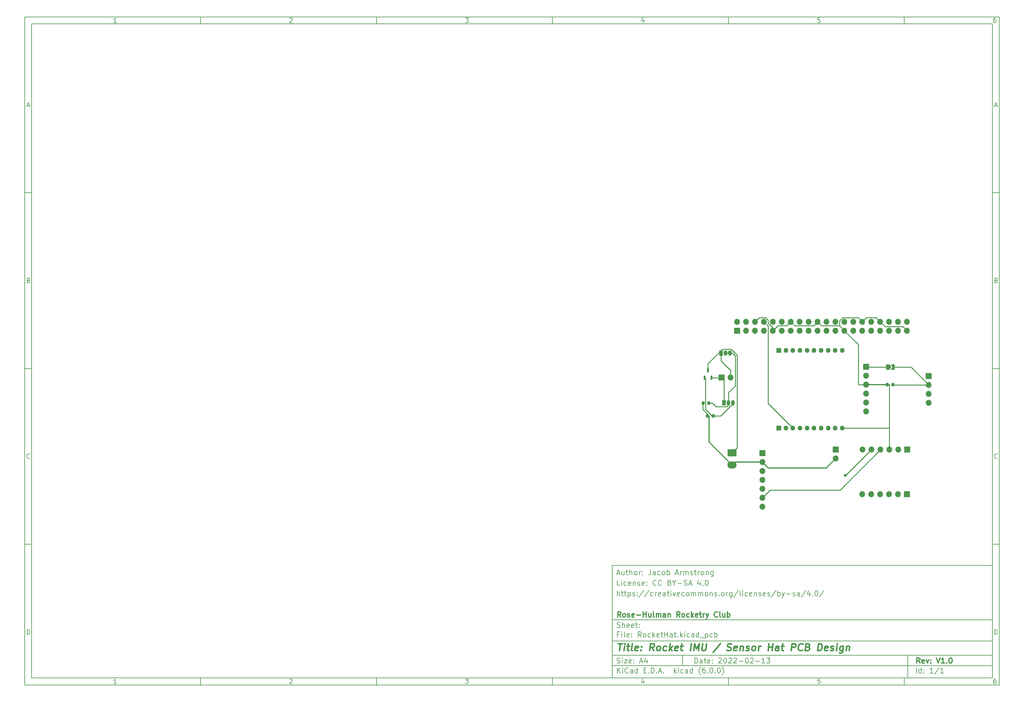
<source format=gbr>
%TF.GenerationSoftware,KiCad,Pcbnew,(6.0.0)*%
%TF.CreationDate,2022-02-14T11:19:37-05:00*%
%TF.ProjectId,RocketHat,526f636b-6574-4486-9174-2e6b69636164,V1.0*%
%TF.SameCoordinates,Original*%
%TF.FileFunction,Copper,L1,Top*%
%TF.FilePolarity,Positive*%
%FSLAX46Y46*%
G04 Gerber Fmt 4.6, Leading zero omitted, Abs format (unit mm)*
G04 Created by KiCad (PCBNEW (6.0.0)) date 2022-02-14 11:19:37*
%MOMM*%
%LPD*%
G01*
G04 APERTURE LIST*
G04 Aperture macros list*
%AMRoundRect*
0 Rectangle with rounded corners*
0 $1 Rounding radius*
0 $2 $3 $4 $5 $6 $7 $8 $9 X,Y pos of 4 corners*
0 Add a 4 corners polygon primitive as box body*
4,1,4,$2,$3,$4,$5,$6,$7,$8,$9,$2,$3,0*
0 Add four circle primitives for the rounded corners*
1,1,$1+$1,$2,$3*
1,1,$1+$1,$4,$5*
1,1,$1+$1,$6,$7*
1,1,$1+$1,$8,$9*
0 Add four rect primitives between the rounded corners*
20,1,$1+$1,$2,$3,$4,$5,0*
20,1,$1+$1,$4,$5,$6,$7,0*
20,1,$1+$1,$6,$7,$8,$9,0*
20,1,$1+$1,$8,$9,$2,$3,0*%
%AMFreePoly0*
4,1,6,1.000000,0.000000,0.500000,-0.750000,-0.500000,-0.750000,-0.500000,0.750000,0.500000,0.750000,1.000000,0.000000,1.000000,0.000000,$1*%
%AMFreePoly1*
4,1,6,0.500000,-0.750000,-0.650000,-0.750000,-0.150000,0.000000,-0.650000,0.750000,0.500000,0.750000,0.500000,-0.750000,0.500000,-0.750000,$1*%
G04 Aperture macros list end*
%ADD10C,0.100000*%
%ADD11C,0.150000*%
%ADD12C,0.300000*%
%ADD13C,0.400000*%
%TA.AperFunction,SMDPad,CuDef*%
%ADD14FreePoly0,0.000000*%
%TD*%
%TA.AperFunction,SMDPad,CuDef*%
%ADD15FreePoly1,0.000000*%
%TD*%
%TA.AperFunction,ComponentPad*%
%ADD16R,1.700000X1.700000*%
%TD*%
%TA.AperFunction,ComponentPad*%
%ADD17O,1.700000X1.700000*%
%TD*%
%TA.AperFunction,ComponentPad*%
%ADD18R,1.050000X1.500000*%
%TD*%
%TA.AperFunction,ComponentPad*%
%ADD19O,1.050000X1.500000*%
%TD*%
%TA.AperFunction,SMDPad,CuDef*%
%ADD20R,0.600000X1.300000*%
%TD*%
%TA.AperFunction,ComponentPad*%
%ADD21RoundRect,0.250000X-1.050000X0.750000X-1.050000X-0.750000X1.050000X-0.750000X1.050000X0.750000X0*%
%TD*%
%TA.AperFunction,ComponentPad*%
%ADD22O,2.600000X2.000000*%
%TD*%
%TA.AperFunction,SMDPad,CuDef*%
%ADD23RoundRect,0.200000X0.200000X0.275000X-0.200000X0.275000X-0.200000X-0.275000X0.200000X-0.275000X0*%
%TD*%
%TA.AperFunction,ComponentPad*%
%ADD24R,1.350000X1.350000*%
%TD*%
%TA.AperFunction,ComponentPad*%
%ADD25O,1.350000X1.350000*%
%TD*%
%TA.AperFunction,ViaPad*%
%ADD26C,0.800000*%
%TD*%
%TA.AperFunction,Conductor*%
%ADD27C,0.250000*%
%TD*%
%TA.AperFunction,Conductor*%
%ADD28C,0.350000*%
%TD*%
G04 APERTURE END LIST*
D10*
D11*
X177002200Y-166007200D02*
X177002200Y-198007200D01*
X285002200Y-198007200D01*
X285002200Y-166007200D01*
X177002200Y-166007200D01*
D10*
D11*
X10000000Y-10000000D02*
X10000000Y-200007200D01*
X287002200Y-200007200D01*
X287002200Y-10000000D01*
X10000000Y-10000000D01*
D10*
D11*
X12000000Y-12000000D02*
X12000000Y-198007200D01*
X285002200Y-198007200D01*
X285002200Y-12000000D01*
X12000000Y-12000000D01*
D10*
D11*
X60000000Y-12000000D02*
X60000000Y-10000000D01*
D10*
D11*
X110000000Y-12000000D02*
X110000000Y-10000000D01*
D10*
D11*
X160000000Y-12000000D02*
X160000000Y-10000000D01*
D10*
D11*
X210000000Y-12000000D02*
X210000000Y-10000000D01*
D10*
D11*
X260000000Y-12000000D02*
X260000000Y-10000000D01*
D10*
D11*
X36065476Y-11588095D02*
X35322619Y-11588095D01*
X35694047Y-11588095D02*
X35694047Y-10288095D01*
X35570238Y-10473809D01*
X35446428Y-10597619D01*
X35322619Y-10659523D01*
D10*
D11*
X85322619Y-10411904D02*
X85384523Y-10350000D01*
X85508333Y-10288095D01*
X85817857Y-10288095D01*
X85941666Y-10350000D01*
X86003571Y-10411904D01*
X86065476Y-10535714D01*
X86065476Y-10659523D01*
X86003571Y-10845238D01*
X85260714Y-11588095D01*
X86065476Y-11588095D01*
D10*
D11*
X135260714Y-10288095D02*
X136065476Y-10288095D01*
X135632142Y-10783333D01*
X135817857Y-10783333D01*
X135941666Y-10845238D01*
X136003571Y-10907142D01*
X136065476Y-11030952D01*
X136065476Y-11340476D01*
X136003571Y-11464285D01*
X135941666Y-11526190D01*
X135817857Y-11588095D01*
X135446428Y-11588095D01*
X135322619Y-11526190D01*
X135260714Y-11464285D01*
D10*
D11*
X185941666Y-10721428D02*
X185941666Y-11588095D01*
X185632142Y-10226190D02*
X185322619Y-11154761D01*
X186127380Y-11154761D01*
D10*
D11*
X236003571Y-10288095D02*
X235384523Y-10288095D01*
X235322619Y-10907142D01*
X235384523Y-10845238D01*
X235508333Y-10783333D01*
X235817857Y-10783333D01*
X235941666Y-10845238D01*
X236003571Y-10907142D01*
X236065476Y-11030952D01*
X236065476Y-11340476D01*
X236003571Y-11464285D01*
X235941666Y-11526190D01*
X235817857Y-11588095D01*
X235508333Y-11588095D01*
X235384523Y-11526190D01*
X235322619Y-11464285D01*
D10*
D11*
X285941666Y-10288095D02*
X285694047Y-10288095D01*
X285570238Y-10350000D01*
X285508333Y-10411904D01*
X285384523Y-10597619D01*
X285322619Y-10845238D01*
X285322619Y-11340476D01*
X285384523Y-11464285D01*
X285446428Y-11526190D01*
X285570238Y-11588095D01*
X285817857Y-11588095D01*
X285941666Y-11526190D01*
X286003571Y-11464285D01*
X286065476Y-11340476D01*
X286065476Y-11030952D01*
X286003571Y-10907142D01*
X285941666Y-10845238D01*
X285817857Y-10783333D01*
X285570238Y-10783333D01*
X285446428Y-10845238D01*
X285384523Y-10907142D01*
X285322619Y-11030952D01*
D10*
D11*
X60000000Y-198007200D02*
X60000000Y-200007200D01*
D10*
D11*
X110000000Y-198007200D02*
X110000000Y-200007200D01*
D10*
D11*
X160000000Y-198007200D02*
X160000000Y-200007200D01*
D10*
D11*
X210000000Y-198007200D02*
X210000000Y-200007200D01*
D10*
D11*
X260000000Y-198007200D02*
X260000000Y-200007200D01*
D10*
D11*
X36065476Y-199595295D02*
X35322619Y-199595295D01*
X35694047Y-199595295D02*
X35694047Y-198295295D01*
X35570238Y-198481009D01*
X35446428Y-198604819D01*
X35322619Y-198666723D01*
D10*
D11*
X85322619Y-198419104D02*
X85384523Y-198357200D01*
X85508333Y-198295295D01*
X85817857Y-198295295D01*
X85941666Y-198357200D01*
X86003571Y-198419104D01*
X86065476Y-198542914D01*
X86065476Y-198666723D01*
X86003571Y-198852438D01*
X85260714Y-199595295D01*
X86065476Y-199595295D01*
D10*
D11*
X135260714Y-198295295D02*
X136065476Y-198295295D01*
X135632142Y-198790533D01*
X135817857Y-198790533D01*
X135941666Y-198852438D01*
X136003571Y-198914342D01*
X136065476Y-199038152D01*
X136065476Y-199347676D01*
X136003571Y-199471485D01*
X135941666Y-199533390D01*
X135817857Y-199595295D01*
X135446428Y-199595295D01*
X135322619Y-199533390D01*
X135260714Y-199471485D01*
D10*
D11*
X185941666Y-198728628D02*
X185941666Y-199595295D01*
X185632142Y-198233390D02*
X185322619Y-199161961D01*
X186127380Y-199161961D01*
D10*
D11*
X236003571Y-198295295D02*
X235384523Y-198295295D01*
X235322619Y-198914342D01*
X235384523Y-198852438D01*
X235508333Y-198790533D01*
X235817857Y-198790533D01*
X235941666Y-198852438D01*
X236003571Y-198914342D01*
X236065476Y-199038152D01*
X236065476Y-199347676D01*
X236003571Y-199471485D01*
X235941666Y-199533390D01*
X235817857Y-199595295D01*
X235508333Y-199595295D01*
X235384523Y-199533390D01*
X235322619Y-199471485D01*
D10*
D11*
X285941666Y-198295295D02*
X285694047Y-198295295D01*
X285570238Y-198357200D01*
X285508333Y-198419104D01*
X285384523Y-198604819D01*
X285322619Y-198852438D01*
X285322619Y-199347676D01*
X285384523Y-199471485D01*
X285446428Y-199533390D01*
X285570238Y-199595295D01*
X285817857Y-199595295D01*
X285941666Y-199533390D01*
X286003571Y-199471485D01*
X286065476Y-199347676D01*
X286065476Y-199038152D01*
X286003571Y-198914342D01*
X285941666Y-198852438D01*
X285817857Y-198790533D01*
X285570238Y-198790533D01*
X285446428Y-198852438D01*
X285384523Y-198914342D01*
X285322619Y-199038152D01*
D10*
D11*
X10000000Y-60000000D02*
X12000000Y-60000000D01*
D10*
D11*
X10000000Y-110000000D02*
X12000000Y-110000000D01*
D10*
D11*
X10000000Y-160000000D02*
X12000000Y-160000000D01*
D10*
D11*
X10690476Y-35216666D02*
X11309523Y-35216666D01*
X10566666Y-35588095D02*
X11000000Y-34288095D01*
X11433333Y-35588095D01*
D10*
D11*
X11092857Y-84907142D02*
X11278571Y-84969047D01*
X11340476Y-85030952D01*
X11402380Y-85154761D01*
X11402380Y-85340476D01*
X11340476Y-85464285D01*
X11278571Y-85526190D01*
X11154761Y-85588095D01*
X10659523Y-85588095D01*
X10659523Y-84288095D01*
X11092857Y-84288095D01*
X11216666Y-84350000D01*
X11278571Y-84411904D01*
X11340476Y-84535714D01*
X11340476Y-84659523D01*
X11278571Y-84783333D01*
X11216666Y-84845238D01*
X11092857Y-84907142D01*
X10659523Y-84907142D01*
D10*
D11*
X11402380Y-135464285D02*
X11340476Y-135526190D01*
X11154761Y-135588095D01*
X11030952Y-135588095D01*
X10845238Y-135526190D01*
X10721428Y-135402380D01*
X10659523Y-135278571D01*
X10597619Y-135030952D01*
X10597619Y-134845238D01*
X10659523Y-134597619D01*
X10721428Y-134473809D01*
X10845238Y-134350000D01*
X11030952Y-134288095D01*
X11154761Y-134288095D01*
X11340476Y-134350000D01*
X11402380Y-134411904D01*
D10*
D11*
X10659523Y-185588095D02*
X10659523Y-184288095D01*
X10969047Y-184288095D01*
X11154761Y-184350000D01*
X11278571Y-184473809D01*
X11340476Y-184597619D01*
X11402380Y-184845238D01*
X11402380Y-185030952D01*
X11340476Y-185278571D01*
X11278571Y-185402380D01*
X11154761Y-185526190D01*
X10969047Y-185588095D01*
X10659523Y-185588095D01*
D10*
D11*
X287002200Y-60000000D02*
X285002200Y-60000000D01*
D10*
D11*
X287002200Y-110000000D02*
X285002200Y-110000000D01*
D10*
D11*
X287002200Y-160000000D02*
X285002200Y-160000000D01*
D10*
D11*
X285692676Y-35216666D02*
X286311723Y-35216666D01*
X285568866Y-35588095D02*
X286002200Y-34288095D01*
X286435533Y-35588095D01*
D10*
D11*
X286095057Y-84907142D02*
X286280771Y-84969047D01*
X286342676Y-85030952D01*
X286404580Y-85154761D01*
X286404580Y-85340476D01*
X286342676Y-85464285D01*
X286280771Y-85526190D01*
X286156961Y-85588095D01*
X285661723Y-85588095D01*
X285661723Y-84288095D01*
X286095057Y-84288095D01*
X286218866Y-84350000D01*
X286280771Y-84411904D01*
X286342676Y-84535714D01*
X286342676Y-84659523D01*
X286280771Y-84783333D01*
X286218866Y-84845238D01*
X286095057Y-84907142D01*
X285661723Y-84907142D01*
D10*
D11*
X286404580Y-135464285D02*
X286342676Y-135526190D01*
X286156961Y-135588095D01*
X286033152Y-135588095D01*
X285847438Y-135526190D01*
X285723628Y-135402380D01*
X285661723Y-135278571D01*
X285599819Y-135030952D01*
X285599819Y-134845238D01*
X285661723Y-134597619D01*
X285723628Y-134473809D01*
X285847438Y-134350000D01*
X286033152Y-134288095D01*
X286156961Y-134288095D01*
X286342676Y-134350000D01*
X286404580Y-134411904D01*
D10*
D11*
X285661723Y-185588095D02*
X285661723Y-184288095D01*
X285971247Y-184288095D01*
X286156961Y-184350000D01*
X286280771Y-184473809D01*
X286342676Y-184597619D01*
X286404580Y-184845238D01*
X286404580Y-185030952D01*
X286342676Y-185278571D01*
X286280771Y-185402380D01*
X286156961Y-185526190D01*
X285971247Y-185588095D01*
X285661723Y-185588095D01*
D10*
D11*
X200434342Y-193785771D02*
X200434342Y-192285771D01*
X200791485Y-192285771D01*
X201005771Y-192357200D01*
X201148628Y-192500057D01*
X201220057Y-192642914D01*
X201291485Y-192928628D01*
X201291485Y-193142914D01*
X201220057Y-193428628D01*
X201148628Y-193571485D01*
X201005771Y-193714342D01*
X200791485Y-193785771D01*
X200434342Y-193785771D01*
X202577200Y-193785771D02*
X202577200Y-193000057D01*
X202505771Y-192857200D01*
X202362914Y-192785771D01*
X202077200Y-192785771D01*
X201934342Y-192857200D01*
X202577200Y-193714342D02*
X202434342Y-193785771D01*
X202077200Y-193785771D01*
X201934342Y-193714342D01*
X201862914Y-193571485D01*
X201862914Y-193428628D01*
X201934342Y-193285771D01*
X202077200Y-193214342D01*
X202434342Y-193214342D01*
X202577200Y-193142914D01*
X203077200Y-192785771D02*
X203648628Y-192785771D01*
X203291485Y-192285771D02*
X203291485Y-193571485D01*
X203362914Y-193714342D01*
X203505771Y-193785771D01*
X203648628Y-193785771D01*
X204720057Y-193714342D02*
X204577200Y-193785771D01*
X204291485Y-193785771D01*
X204148628Y-193714342D01*
X204077200Y-193571485D01*
X204077200Y-193000057D01*
X204148628Y-192857200D01*
X204291485Y-192785771D01*
X204577200Y-192785771D01*
X204720057Y-192857200D01*
X204791485Y-193000057D01*
X204791485Y-193142914D01*
X204077200Y-193285771D01*
X205434342Y-193642914D02*
X205505771Y-193714342D01*
X205434342Y-193785771D01*
X205362914Y-193714342D01*
X205434342Y-193642914D01*
X205434342Y-193785771D01*
X205434342Y-192857200D02*
X205505771Y-192928628D01*
X205434342Y-193000057D01*
X205362914Y-192928628D01*
X205434342Y-192857200D01*
X205434342Y-193000057D01*
X207220057Y-192428628D02*
X207291485Y-192357200D01*
X207434342Y-192285771D01*
X207791485Y-192285771D01*
X207934342Y-192357200D01*
X208005771Y-192428628D01*
X208077200Y-192571485D01*
X208077200Y-192714342D01*
X208005771Y-192928628D01*
X207148628Y-193785771D01*
X208077200Y-193785771D01*
X209005771Y-192285771D02*
X209148628Y-192285771D01*
X209291485Y-192357200D01*
X209362914Y-192428628D01*
X209434342Y-192571485D01*
X209505771Y-192857200D01*
X209505771Y-193214342D01*
X209434342Y-193500057D01*
X209362914Y-193642914D01*
X209291485Y-193714342D01*
X209148628Y-193785771D01*
X209005771Y-193785771D01*
X208862914Y-193714342D01*
X208791485Y-193642914D01*
X208720057Y-193500057D01*
X208648628Y-193214342D01*
X208648628Y-192857200D01*
X208720057Y-192571485D01*
X208791485Y-192428628D01*
X208862914Y-192357200D01*
X209005771Y-192285771D01*
X210077200Y-192428628D02*
X210148628Y-192357200D01*
X210291485Y-192285771D01*
X210648628Y-192285771D01*
X210791485Y-192357200D01*
X210862914Y-192428628D01*
X210934342Y-192571485D01*
X210934342Y-192714342D01*
X210862914Y-192928628D01*
X210005771Y-193785771D01*
X210934342Y-193785771D01*
X211505771Y-192428628D02*
X211577200Y-192357200D01*
X211720057Y-192285771D01*
X212077200Y-192285771D01*
X212220057Y-192357200D01*
X212291485Y-192428628D01*
X212362914Y-192571485D01*
X212362914Y-192714342D01*
X212291485Y-192928628D01*
X211434342Y-193785771D01*
X212362914Y-193785771D01*
X213005771Y-193214342D02*
X214148628Y-193214342D01*
X215148628Y-192285771D02*
X215291485Y-192285771D01*
X215434342Y-192357200D01*
X215505771Y-192428628D01*
X215577200Y-192571485D01*
X215648628Y-192857200D01*
X215648628Y-193214342D01*
X215577200Y-193500057D01*
X215505771Y-193642914D01*
X215434342Y-193714342D01*
X215291485Y-193785771D01*
X215148628Y-193785771D01*
X215005771Y-193714342D01*
X214934342Y-193642914D01*
X214862914Y-193500057D01*
X214791485Y-193214342D01*
X214791485Y-192857200D01*
X214862914Y-192571485D01*
X214934342Y-192428628D01*
X215005771Y-192357200D01*
X215148628Y-192285771D01*
X216220057Y-192428628D02*
X216291485Y-192357200D01*
X216434342Y-192285771D01*
X216791485Y-192285771D01*
X216934342Y-192357200D01*
X217005771Y-192428628D01*
X217077200Y-192571485D01*
X217077200Y-192714342D01*
X217005771Y-192928628D01*
X216148628Y-193785771D01*
X217077200Y-193785771D01*
X217720057Y-193214342D02*
X218862914Y-193214342D01*
X220362914Y-193785771D02*
X219505771Y-193785771D01*
X219934342Y-193785771D02*
X219934342Y-192285771D01*
X219791485Y-192500057D01*
X219648628Y-192642914D01*
X219505771Y-192714342D01*
X220862914Y-192285771D02*
X221791485Y-192285771D01*
X221291485Y-192857200D01*
X221505771Y-192857200D01*
X221648628Y-192928628D01*
X221720057Y-193000057D01*
X221791485Y-193142914D01*
X221791485Y-193500057D01*
X221720057Y-193642914D01*
X221648628Y-193714342D01*
X221505771Y-193785771D01*
X221077200Y-193785771D01*
X220934342Y-193714342D01*
X220862914Y-193642914D01*
D10*
D11*
X177002200Y-194507200D02*
X285002200Y-194507200D01*
D10*
D11*
X178434342Y-196585771D02*
X178434342Y-195085771D01*
X179291485Y-196585771D02*
X178648628Y-195728628D01*
X179291485Y-195085771D02*
X178434342Y-195942914D01*
X179934342Y-196585771D02*
X179934342Y-195585771D01*
X179934342Y-195085771D02*
X179862914Y-195157200D01*
X179934342Y-195228628D01*
X180005771Y-195157200D01*
X179934342Y-195085771D01*
X179934342Y-195228628D01*
X181505771Y-196442914D02*
X181434342Y-196514342D01*
X181220057Y-196585771D01*
X181077200Y-196585771D01*
X180862914Y-196514342D01*
X180720057Y-196371485D01*
X180648628Y-196228628D01*
X180577200Y-195942914D01*
X180577200Y-195728628D01*
X180648628Y-195442914D01*
X180720057Y-195300057D01*
X180862914Y-195157200D01*
X181077200Y-195085771D01*
X181220057Y-195085771D01*
X181434342Y-195157200D01*
X181505771Y-195228628D01*
X182791485Y-196585771D02*
X182791485Y-195800057D01*
X182720057Y-195657200D01*
X182577200Y-195585771D01*
X182291485Y-195585771D01*
X182148628Y-195657200D01*
X182791485Y-196514342D02*
X182648628Y-196585771D01*
X182291485Y-196585771D01*
X182148628Y-196514342D01*
X182077200Y-196371485D01*
X182077200Y-196228628D01*
X182148628Y-196085771D01*
X182291485Y-196014342D01*
X182648628Y-196014342D01*
X182791485Y-195942914D01*
X184148628Y-196585771D02*
X184148628Y-195085771D01*
X184148628Y-196514342D02*
X184005771Y-196585771D01*
X183720057Y-196585771D01*
X183577200Y-196514342D01*
X183505771Y-196442914D01*
X183434342Y-196300057D01*
X183434342Y-195871485D01*
X183505771Y-195728628D01*
X183577200Y-195657200D01*
X183720057Y-195585771D01*
X184005771Y-195585771D01*
X184148628Y-195657200D01*
X186005771Y-195800057D02*
X186505771Y-195800057D01*
X186720057Y-196585771D02*
X186005771Y-196585771D01*
X186005771Y-195085771D01*
X186720057Y-195085771D01*
X187362914Y-196442914D02*
X187434342Y-196514342D01*
X187362914Y-196585771D01*
X187291485Y-196514342D01*
X187362914Y-196442914D01*
X187362914Y-196585771D01*
X188077200Y-196585771D02*
X188077200Y-195085771D01*
X188434342Y-195085771D01*
X188648628Y-195157200D01*
X188791485Y-195300057D01*
X188862914Y-195442914D01*
X188934342Y-195728628D01*
X188934342Y-195942914D01*
X188862914Y-196228628D01*
X188791485Y-196371485D01*
X188648628Y-196514342D01*
X188434342Y-196585771D01*
X188077200Y-196585771D01*
X189577200Y-196442914D02*
X189648628Y-196514342D01*
X189577200Y-196585771D01*
X189505771Y-196514342D01*
X189577200Y-196442914D01*
X189577200Y-196585771D01*
X190220057Y-196157200D02*
X190934342Y-196157200D01*
X190077200Y-196585771D02*
X190577200Y-195085771D01*
X191077200Y-196585771D01*
X191577200Y-196442914D02*
X191648628Y-196514342D01*
X191577200Y-196585771D01*
X191505771Y-196514342D01*
X191577200Y-196442914D01*
X191577200Y-196585771D01*
X194577200Y-196585771D02*
X194577200Y-195085771D01*
X194720057Y-196014342D02*
X195148628Y-196585771D01*
X195148628Y-195585771D02*
X194577200Y-196157200D01*
X195791485Y-196585771D02*
X195791485Y-195585771D01*
X195791485Y-195085771D02*
X195720057Y-195157200D01*
X195791485Y-195228628D01*
X195862914Y-195157200D01*
X195791485Y-195085771D01*
X195791485Y-195228628D01*
X197148628Y-196514342D02*
X197005771Y-196585771D01*
X196720057Y-196585771D01*
X196577200Y-196514342D01*
X196505771Y-196442914D01*
X196434342Y-196300057D01*
X196434342Y-195871485D01*
X196505771Y-195728628D01*
X196577200Y-195657200D01*
X196720057Y-195585771D01*
X197005771Y-195585771D01*
X197148628Y-195657200D01*
X198434342Y-196585771D02*
X198434342Y-195800057D01*
X198362914Y-195657200D01*
X198220057Y-195585771D01*
X197934342Y-195585771D01*
X197791485Y-195657200D01*
X198434342Y-196514342D02*
X198291485Y-196585771D01*
X197934342Y-196585771D01*
X197791485Y-196514342D01*
X197720057Y-196371485D01*
X197720057Y-196228628D01*
X197791485Y-196085771D01*
X197934342Y-196014342D01*
X198291485Y-196014342D01*
X198434342Y-195942914D01*
X199791485Y-196585771D02*
X199791485Y-195085771D01*
X199791485Y-196514342D02*
X199648628Y-196585771D01*
X199362914Y-196585771D01*
X199220057Y-196514342D01*
X199148628Y-196442914D01*
X199077200Y-196300057D01*
X199077200Y-195871485D01*
X199148628Y-195728628D01*
X199220057Y-195657200D01*
X199362914Y-195585771D01*
X199648628Y-195585771D01*
X199791485Y-195657200D01*
X202077200Y-197157200D02*
X202005771Y-197085771D01*
X201862914Y-196871485D01*
X201791485Y-196728628D01*
X201720057Y-196514342D01*
X201648628Y-196157200D01*
X201648628Y-195871485D01*
X201720057Y-195514342D01*
X201791485Y-195300057D01*
X201862914Y-195157200D01*
X202005771Y-194942914D01*
X202077200Y-194871485D01*
X203291485Y-195085771D02*
X203005771Y-195085771D01*
X202862914Y-195157200D01*
X202791485Y-195228628D01*
X202648628Y-195442914D01*
X202577200Y-195728628D01*
X202577200Y-196300057D01*
X202648628Y-196442914D01*
X202720057Y-196514342D01*
X202862914Y-196585771D01*
X203148628Y-196585771D01*
X203291485Y-196514342D01*
X203362914Y-196442914D01*
X203434342Y-196300057D01*
X203434342Y-195942914D01*
X203362914Y-195800057D01*
X203291485Y-195728628D01*
X203148628Y-195657200D01*
X202862914Y-195657200D01*
X202720057Y-195728628D01*
X202648628Y-195800057D01*
X202577200Y-195942914D01*
X204077200Y-196442914D02*
X204148628Y-196514342D01*
X204077200Y-196585771D01*
X204005771Y-196514342D01*
X204077200Y-196442914D01*
X204077200Y-196585771D01*
X205077200Y-195085771D02*
X205220057Y-195085771D01*
X205362914Y-195157200D01*
X205434342Y-195228628D01*
X205505771Y-195371485D01*
X205577200Y-195657200D01*
X205577200Y-196014342D01*
X205505771Y-196300057D01*
X205434342Y-196442914D01*
X205362914Y-196514342D01*
X205220057Y-196585771D01*
X205077200Y-196585771D01*
X204934342Y-196514342D01*
X204862914Y-196442914D01*
X204791485Y-196300057D01*
X204720057Y-196014342D01*
X204720057Y-195657200D01*
X204791485Y-195371485D01*
X204862914Y-195228628D01*
X204934342Y-195157200D01*
X205077200Y-195085771D01*
X206220057Y-196442914D02*
X206291485Y-196514342D01*
X206220057Y-196585771D01*
X206148628Y-196514342D01*
X206220057Y-196442914D01*
X206220057Y-196585771D01*
X207220057Y-195085771D02*
X207362914Y-195085771D01*
X207505771Y-195157200D01*
X207577200Y-195228628D01*
X207648628Y-195371485D01*
X207720057Y-195657200D01*
X207720057Y-196014342D01*
X207648628Y-196300057D01*
X207577200Y-196442914D01*
X207505771Y-196514342D01*
X207362914Y-196585771D01*
X207220057Y-196585771D01*
X207077200Y-196514342D01*
X207005771Y-196442914D01*
X206934342Y-196300057D01*
X206862914Y-196014342D01*
X206862914Y-195657200D01*
X206934342Y-195371485D01*
X207005771Y-195228628D01*
X207077200Y-195157200D01*
X207220057Y-195085771D01*
X208220057Y-197157200D02*
X208291485Y-197085771D01*
X208434342Y-196871485D01*
X208505771Y-196728628D01*
X208577200Y-196514342D01*
X208648628Y-196157200D01*
X208648628Y-195871485D01*
X208577200Y-195514342D01*
X208505771Y-195300057D01*
X208434342Y-195157200D01*
X208291485Y-194942914D01*
X208220057Y-194871485D01*
D10*
D11*
X177002200Y-191507200D02*
X285002200Y-191507200D01*
D10*
D12*
X264411485Y-193785771D02*
X263911485Y-193071485D01*
X263554342Y-193785771D02*
X263554342Y-192285771D01*
X264125771Y-192285771D01*
X264268628Y-192357200D01*
X264340057Y-192428628D01*
X264411485Y-192571485D01*
X264411485Y-192785771D01*
X264340057Y-192928628D01*
X264268628Y-193000057D01*
X264125771Y-193071485D01*
X263554342Y-193071485D01*
X265625771Y-193714342D02*
X265482914Y-193785771D01*
X265197200Y-193785771D01*
X265054342Y-193714342D01*
X264982914Y-193571485D01*
X264982914Y-193000057D01*
X265054342Y-192857200D01*
X265197200Y-192785771D01*
X265482914Y-192785771D01*
X265625771Y-192857200D01*
X265697200Y-193000057D01*
X265697200Y-193142914D01*
X264982914Y-193285771D01*
X266197200Y-192785771D02*
X266554342Y-193785771D01*
X266911485Y-192785771D01*
X267482914Y-193642914D02*
X267554342Y-193714342D01*
X267482914Y-193785771D01*
X267411485Y-193714342D01*
X267482914Y-193642914D01*
X267482914Y-193785771D01*
X267482914Y-192857200D02*
X267554342Y-192928628D01*
X267482914Y-193000057D01*
X267411485Y-192928628D01*
X267482914Y-192857200D01*
X267482914Y-193000057D01*
X269125771Y-192285771D02*
X269625771Y-193785771D01*
X270125771Y-192285771D01*
X271411485Y-193785771D02*
X270554342Y-193785771D01*
X270982914Y-193785771D02*
X270982914Y-192285771D01*
X270840057Y-192500057D01*
X270697200Y-192642914D01*
X270554342Y-192714342D01*
X272054342Y-193642914D02*
X272125771Y-193714342D01*
X272054342Y-193785771D01*
X271982914Y-193714342D01*
X272054342Y-193642914D01*
X272054342Y-193785771D01*
X273054342Y-192285771D02*
X273197200Y-192285771D01*
X273340057Y-192357200D01*
X273411485Y-192428628D01*
X273482914Y-192571485D01*
X273554342Y-192857200D01*
X273554342Y-193214342D01*
X273482914Y-193500057D01*
X273411485Y-193642914D01*
X273340057Y-193714342D01*
X273197200Y-193785771D01*
X273054342Y-193785771D01*
X272911485Y-193714342D01*
X272840057Y-193642914D01*
X272768628Y-193500057D01*
X272697200Y-193214342D01*
X272697200Y-192857200D01*
X272768628Y-192571485D01*
X272840057Y-192428628D01*
X272911485Y-192357200D01*
X273054342Y-192285771D01*
D10*
D11*
X178362914Y-193714342D02*
X178577200Y-193785771D01*
X178934342Y-193785771D01*
X179077200Y-193714342D01*
X179148628Y-193642914D01*
X179220057Y-193500057D01*
X179220057Y-193357200D01*
X179148628Y-193214342D01*
X179077200Y-193142914D01*
X178934342Y-193071485D01*
X178648628Y-193000057D01*
X178505771Y-192928628D01*
X178434342Y-192857200D01*
X178362914Y-192714342D01*
X178362914Y-192571485D01*
X178434342Y-192428628D01*
X178505771Y-192357200D01*
X178648628Y-192285771D01*
X179005771Y-192285771D01*
X179220057Y-192357200D01*
X179862914Y-193785771D02*
X179862914Y-192785771D01*
X179862914Y-192285771D02*
X179791485Y-192357200D01*
X179862914Y-192428628D01*
X179934342Y-192357200D01*
X179862914Y-192285771D01*
X179862914Y-192428628D01*
X180434342Y-192785771D02*
X181220057Y-192785771D01*
X180434342Y-193785771D01*
X181220057Y-193785771D01*
X182362914Y-193714342D02*
X182220057Y-193785771D01*
X181934342Y-193785771D01*
X181791485Y-193714342D01*
X181720057Y-193571485D01*
X181720057Y-193000057D01*
X181791485Y-192857200D01*
X181934342Y-192785771D01*
X182220057Y-192785771D01*
X182362914Y-192857200D01*
X182434342Y-193000057D01*
X182434342Y-193142914D01*
X181720057Y-193285771D01*
X183077200Y-193642914D02*
X183148628Y-193714342D01*
X183077200Y-193785771D01*
X183005771Y-193714342D01*
X183077200Y-193642914D01*
X183077200Y-193785771D01*
X183077200Y-192857200D02*
X183148628Y-192928628D01*
X183077200Y-193000057D01*
X183005771Y-192928628D01*
X183077200Y-192857200D01*
X183077200Y-193000057D01*
X184862914Y-193357200D02*
X185577200Y-193357200D01*
X184720057Y-193785771D02*
X185220057Y-192285771D01*
X185720057Y-193785771D01*
X186862914Y-192785771D02*
X186862914Y-193785771D01*
X186505771Y-192214342D02*
X186148628Y-193285771D01*
X187077200Y-193285771D01*
D10*
D11*
X263434342Y-196585771D02*
X263434342Y-195085771D01*
X264791485Y-196585771D02*
X264791485Y-195085771D01*
X264791485Y-196514342D02*
X264648628Y-196585771D01*
X264362914Y-196585771D01*
X264220057Y-196514342D01*
X264148628Y-196442914D01*
X264077200Y-196300057D01*
X264077200Y-195871485D01*
X264148628Y-195728628D01*
X264220057Y-195657200D01*
X264362914Y-195585771D01*
X264648628Y-195585771D01*
X264791485Y-195657200D01*
X265505771Y-196442914D02*
X265577200Y-196514342D01*
X265505771Y-196585771D01*
X265434342Y-196514342D01*
X265505771Y-196442914D01*
X265505771Y-196585771D01*
X265505771Y-195657200D02*
X265577200Y-195728628D01*
X265505771Y-195800057D01*
X265434342Y-195728628D01*
X265505771Y-195657200D01*
X265505771Y-195800057D01*
X268148628Y-196585771D02*
X267291485Y-196585771D01*
X267720057Y-196585771D02*
X267720057Y-195085771D01*
X267577200Y-195300057D01*
X267434342Y-195442914D01*
X267291485Y-195514342D01*
X269862914Y-195014342D02*
X268577200Y-196942914D01*
X271148628Y-196585771D02*
X270291485Y-196585771D01*
X270720057Y-196585771D02*
X270720057Y-195085771D01*
X270577200Y-195300057D01*
X270434342Y-195442914D01*
X270291485Y-195514342D01*
D10*
D11*
X177002200Y-187507200D02*
X285002200Y-187507200D01*
D10*
D13*
X178714580Y-188211961D02*
X179857438Y-188211961D01*
X179036009Y-190211961D02*
X179286009Y-188211961D01*
X180274104Y-190211961D02*
X180440771Y-188878628D01*
X180524104Y-188211961D02*
X180416961Y-188307200D01*
X180500295Y-188402438D01*
X180607438Y-188307200D01*
X180524104Y-188211961D01*
X180500295Y-188402438D01*
X181107438Y-188878628D02*
X181869342Y-188878628D01*
X181476485Y-188211961D02*
X181262200Y-189926247D01*
X181333628Y-190116723D01*
X181512200Y-190211961D01*
X181702676Y-190211961D01*
X182655057Y-190211961D02*
X182476485Y-190116723D01*
X182405057Y-189926247D01*
X182619342Y-188211961D01*
X184190771Y-190116723D02*
X183988390Y-190211961D01*
X183607438Y-190211961D01*
X183428866Y-190116723D01*
X183357438Y-189926247D01*
X183452676Y-189164342D01*
X183571723Y-188973866D01*
X183774104Y-188878628D01*
X184155057Y-188878628D01*
X184333628Y-188973866D01*
X184405057Y-189164342D01*
X184381247Y-189354819D01*
X183405057Y-189545295D01*
X185155057Y-190021485D02*
X185238390Y-190116723D01*
X185131247Y-190211961D01*
X185047914Y-190116723D01*
X185155057Y-190021485D01*
X185131247Y-190211961D01*
X185286009Y-188973866D02*
X185369342Y-189069104D01*
X185262200Y-189164342D01*
X185178866Y-189069104D01*
X185286009Y-188973866D01*
X185262200Y-189164342D01*
X188750295Y-190211961D02*
X188202676Y-189259580D01*
X187607438Y-190211961D02*
X187857438Y-188211961D01*
X188619342Y-188211961D01*
X188797914Y-188307200D01*
X188881247Y-188402438D01*
X188952676Y-188592914D01*
X188916961Y-188878628D01*
X188797914Y-189069104D01*
X188690771Y-189164342D01*
X188488390Y-189259580D01*
X187726485Y-189259580D01*
X189893152Y-190211961D02*
X189714580Y-190116723D01*
X189631247Y-190021485D01*
X189559819Y-189831009D01*
X189631247Y-189259580D01*
X189750295Y-189069104D01*
X189857438Y-188973866D01*
X190059819Y-188878628D01*
X190345533Y-188878628D01*
X190524104Y-188973866D01*
X190607438Y-189069104D01*
X190678866Y-189259580D01*
X190607438Y-189831009D01*
X190488390Y-190021485D01*
X190381247Y-190116723D01*
X190178866Y-190211961D01*
X189893152Y-190211961D01*
X192286009Y-190116723D02*
X192083628Y-190211961D01*
X191702676Y-190211961D01*
X191524104Y-190116723D01*
X191440771Y-190021485D01*
X191369342Y-189831009D01*
X191440771Y-189259580D01*
X191559819Y-189069104D01*
X191666961Y-188973866D01*
X191869342Y-188878628D01*
X192250295Y-188878628D01*
X192428866Y-188973866D01*
X193131247Y-190211961D02*
X193381247Y-188211961D01*
X193416961Y-189450057D02*
X193893152Y-190211961D01*
X194059819Y-188878628D02*
X193202676Y-189640533D01*
X195524104Y-190116723D02*
X195321723Y-190211961D01*
X194940771Y-190211961D01*
X194762200Y-190116723D01*
X194690771Y-189926247D01*
X194786009Y-189164342D01*
X194905057Y-188973866D01*
X195107438Y-188878628D01*
X195488390Y-188878628D01*
X195666961Y-188973866D01*
X195738390Y-189164342D01*
X195714580Y-189354819D01*
X194738390Y-189545295D01*
X196345533Y-188878628D02*
X197107438Y-188878628D01*
X196714580Y-188211961D02*
X196500295Y-189926247D01*
X196571723Y-190116723D01*
X196750295Y-190211961D01*
X196940771Y-190211961D01*
X199131247Y-190211961D02*
X199381247Y-188211961D01*
X200083628Y-190211961D02*
X200333628Y-188211961D01*
X200821723Y-189640533D01*
X201666961Y-188211961D01*
X201416961Y-190211961D01*
X202619342Y-188211961D02*
X202416961Y-189831009D01*
X202488390Y-190021485D01*
X202571723Y-190116723D01*
X202750295Y-190211961D01*
X203131247Y-190211961D01*
X203333628Y-190116723D01*
X203440771Y-190021485D01*
X203559819Y-189831009D01*
X203762200Y-188211961D01*
X207678866Y-188116723D02*
X205643152Y-190688152D01*
X209524104Y-190116723D02*
X209797914Y-190211961D01*
X210274104Y-190211961D01*
X210476485Y-190116723D01*
X210583628Y-190021485D01*
X210702676Y-189831009D01*
X210726485Y-189640533D01*
X210655057Y-189450057D01*
X210571723Y-189354819D01*
X210393152Y-189259580D01*
X210024104Y-189164342D01*
X209845533Y-189069104D01*
X209762200Y-188973866D01*
X209690771Y-188783390D01*
X209714580Y-188592914D01*
X209833628Y-188402438D01*
X209940771Y-188307200D01*
X210143152Y-188211961D01*
X210619342Y-188211961D01*
X210893152Y-188307200D01*
X212286009Y-190116723D02*
X212083628Y-190211961D01*
X211702676Y-190211961D01*
X211524104Y-190116723D01*
X211452676Y-189926247D01*
X211547914Y-189164342D01*
X211666961Y-188973866D01*
X211869342Y-188878628D01*
X212250295Y-188878628D01*
X212428866Y-188973866D01*
X212500295Y-189164342D01*
X212476485Y-189354819D01*
X211500295Y-189545295D01*
X213393152Y-188878628D02*
X213226485Y-190211961D01*
X213369342Y-189069104D02*
X213476485Y-188973866D01*
X213678866Y-188878628D01*
X213964580Y-188878628D01*
X214143152Y-188973866D01*
X214214580Y-189164342D01*
X214083628Y-190211961D01*
X214952676Y-190116723D02*
X215131247Y-190211961D01*
X215512200Y-190211961D01*
X215714580Y-190116723D01*
X215833628Y-189926247D01*
X215845533Y-189831009D01*
X215774104Y-189640533D01*
X215595533Y-189545295D01*
X215309819Y-189545295D01*
X215131247Y-189450057D01*
X215059819Y-189259580D01*
X215071723Y-189164342D01*
X215190771Y-188973866D01*
X215393152Y-188878628D01*
X215678866Y-188878628D01*
X215857438Y-188973866D01*
X216940771Y-190211961D02*
X216762200Y-190116723D01*
X216678866Y-190021485D01*
X216607438Y-189831009D01*
X216678866Y-189259580D01*
X216797914Y-189069104D01*
X216905057Y-188973866D01*
X217107438Y-188878628D01*
X217393152Y-188878628D01*
X217571723Y-188973866D01*
X217655057Y-189069104D01*
X217726485Y-189259580D01*
X217655057Y-189831009D01*
X217536009Y-190021485D01*
X217428866Y-190116723D01*
X217226485Y-190211961D01*
X216940771Y-190211961D01*
X218464580Y-190211961D02*
X218631247Y-188878628D01*
X218583628Y-189259580D02*
X218702676Y-189069104D01*
X218809819Y-188973866D01*
X219012199Y-188878628D01*
X219202676Y-188878628D01*
X221226485Y-190211961D02*
X221476485Y-188211961D01*
X221357438Y-189164342D02*
X222500295Y-189164342D01*
X222369342Y-190211961D02*
X222619342Y-188211961D01*
X224178866Y-190211961D02*
X224309819Y-189164342D01*
X224238390Y-188973866D01*
X224059819Y-188878628D01*
X223678866Y-188878628D01*
X223476485Y-188973866D01*
X224190771Y-190116723D02*
X223988390Y-190211961D01*
X223512199Y-190211961D01*
X223333628Y-190116723D01*
X223262199Y-189926247D01*
X223286009Y-189735771D01*
X223405057Y-189545295D01*
X223607438Y-189450057D01*
X224083628Y-189450057D01*
X224286009Y-189354819D01*
X225012199Y-188878628D02*
X225774104Y-188878628D01*
X225381247Y-188211961D02*
X225166961Y-189926247D01*
X225238390Y-190116723D01*
X225416961Y-190211961D01*
X225607438Y-190211961D01*
X227797914Y-190211961D02*
X228047914Y-188211961D01*
X228809819Y-188211961D01*
X228988390Y-188307200D01*
X229071723Y-188402438D01*
X229143152Y-188592914D01*
X229107438Y-188878628D01*
X228988390Y-189069104D01*
X228881247Y-189164342D01*
X228678866Y-189259580D01*
X227916961Y-189259580D01*
X230964580Y-190021485D02*
X230857438Y-190116723D01*
X230559819Y-190211961D01*
X230369342Y-190211961D01*
X230095533Y-190116723D01*
X229928866Y-189926247D01*
X229857438Y-189735771D01*
X229809819Y-189354819D01*
X229845533Y-189069104D01*
X229988390Y-188688152D01*
X230107438Y-188497676D01*
X230321723Y-188307200D01*
X230619342Y-188211961D01*
X230809819Y-188211961D01*
X231083628Y-188307200D01*
X231166961Y-188402438D01*
X232595533Y-189164342D02*
X232869342Y-189259580D01*
X232952676Y-189354819D01*
X233024104Y-189545295D01*
X232988390Y-189831009D01*
X232869342Y-190021485D01*
X232762199Y-190116723D01*
X232559819Y-190211961D01*
X231797914Y-190211961D01*
X232047914Y-188211961D01*
X232714580Y-188211961D01*
X232893152Y-188307200D01*
X232976485Y-188402438D01*
X233047914Y-188592914D01*
X233024104Y-188783390D01*
X232905057Y-188973866D01*
X232797914Y-189069104D01*
X232595533Y-189164342D01*
X231928866Y-189164342D01*
X235321723Y-190211961D02*
X235571723Y-188211961D01*
X236047914Y-188211961D01*
X236321723Y-188307200D01*
X236488390Y-188497676D01*
X236559819Y-188688152D01*
X236607438Y-189069104D01*
X236571723Y-189354819D01*
X236428866Y-189735771D01*
X236309819Y-189926247D01*
X236095533Y-190116723D01*
X235797914Y-190211961D01*
X235321723Y-190211961D01*
X238095533Y-190116723D02*
X237893152Y-190211961D01*
X237512199Y-190211961D01*
X237333628Y-190116723D01*
X237262199Y-189926247D01*
X237357438Y-189164342D01*
X237476485Y-188973866D01*
X237678866Y-188878628D01*
X238059819Y-188878628D01*
X238238390Y-188973866D01*
X238309819Y-189164342D01*
X238286009Y-189354819D01*
X237309819Y-189545295D01*
X238952676Y-190116723D02*
X239131247Y-190211961D01*
X239512199Y-190211961D01*
X239714580Y-190116723D01*
X239833628Y-189926247D01*
X239845533Y-189831009D01*
X239774104Y-189640533D01*
X239595533Y-189545295D01*
X239309819Y-189545295D01*
X239131247Y-189450057D01*
X239059819Y-189259580D01*
X239071723Y-189164342D01*
X239190771Y-188973866D01*
X239393152Y-188878628D01*
X239678866Y-188878628D01*
X239857438Y-188973866D01*
X240655057Y-190211961D02*
X240821723Y-188878628D01*
X240905057Y-188211961D02*
X240797914Y-188307200D01*
X240881247Y-188402438D01*
X240988390Y-188307200D01*
X240905057Y-188211961D01*
X240881247Y-188402438D01*
X242631247Y-188878628D02*
X242428866Y-190497676D01*
X242309819Y-190688152D01*
X242202676Y-190783390D01*
X242000295Y-190878628D01*
X241714580Y-190878628D01*
X241536009Y-190783390D01*
X242476485Y-190116723D02*
X242274104Y-190211961D01*
X241893152Y-190211961D01*
X241714580Y-190116723D01*
X241631247Y-190021485D01*
X241559819Y-189831009D01*
X241631247Y-189259580D01*
X241750295Y-189069104D01*
X241857438Y-188973866D01*
X242059819Y-188878628D01*
X242440771Y-188878628D01*
X242619342Y-188973866D01*
X243583628Y-188878628D02*
X243416961Y-190211961D01*
X243559819Y-189069104D02*
X243666961Y-188973866D01*
X243869342Y-188878628D01*
X244155057Y-188878628D01*
X244333628Y-188973866D01*
X244405057Y-189164342D01*
X244274104Y-190211961D01*
D10*
D11*
X178934342Y-185600057D02*
X178434342Y-185600057D01*
X178434342Y-186385771D02*
X178434342Y-184885771D01*
X179148628Y-184885771D01*
X179720057Y-186385771D02*
X179720057Y-185385771D01*
X179720057Y-184885771D02*
X179648628Y-184957200D01*
X179720057Y-185028628D01*
X179791485Y-184957200D01*
X179720057Y-184885771D01*
X179720057Y-185028628D01*
X180648628Y-186385771D02*
X180505771Y-186314342D01*
X180434342Y-186171485D01*
X180434342Y-184885771D01*
X181791485Y-186314342D02*
X181648628Y-186385771D01*
X181362914Y-186385771D01*
X181220057Y-186314342D01*
X181148628Y-186171485D01*
X181148628Y-185600057D01*
X181220057Y-185457200D01*
X181362914Y-185385771D01*
X181648628Y-185385771D01*
X181791485Y-185457200D01*
X181862914Y-185600057D01*
X181862914Y-185742914D01*
X181148628Y-185885771D01*
X182505771Y-186242914D02*
X182577200Y-186314342D01*
X182505771Y-186385771D01*
X182434342Y-186314342D01*
X182505771Y-186242914D01*
X182505771Y-186385771D01*
X182505771Y-185457200D02*
X182577200Y-185528628D01*
X182505771Y-185600057D01*
X182434342Y-185528628D01*
X182505771Y-185457200D01*
X182505771Y-185600057D01*
X185220057Y-186385771D02*
X184720057Y-185671485D01*
X184362914Y-186385771D02*
X184362914Y-184885771D01*
X184934342Y-184885771D01*
X185077200Y-184957200D01*
X185148628Y-185028628D01*
X185220057Y-185171485D01*
X185220057Y-185385771D01*
X185148628Y-185528628D01*
X185077200Y-185600057D01*
X184934342Y-185671485D01*
X184362914Y-185671485D01*
X186077200Y-186385771D02*
X185934342Y-186314342D01*
X185862914Y-186242914D01*
X185791485Y-186100057D01*
X185791485Y-185671485D01*
X185862914Y-185528628D01*
X185934342Y-185457200D01*
X186077200Y-185385771D01*
X186291485Y-185385771D01*
X186434342Y-185457200D01*
X186505771Y-185528628D01*
X186577200Y-185671485D01*
X186577200Y-186100057D01*
X186505771Y-186242914D01*
X186434342Y-186314342D01*
X186291485Y-186385771D01*
X186077200Y-186385771D01*
X187862914Y-186314342D02*
X187720057Y-186385771D01*
X187434342Y-186385771D01*
X187291485Y-186314342D01*
X187220057Y-186242914D01*
X187148628Y-186100057D01*
X187148628Y-185671485D01*
X187220057Y-185528628D01*
X187291485Y-185457200D01*
X187434342Y-185385771D01*
X187720057Y-185385771D01*
X187862914Y-185457200D01*
X188505771Y-186385771D02*
X188505771Y-184885771D01*
X188648628Y-185814342D02*
X189077200Y-186385771D01*
X189077200Y-185385771D02*
X188505771Y-185957200D01*
X190291485Y-186314342D02*
X190148628Y-186385771D01*
X189862914Y-186385771D01*
X189720057Y-186314342D01*
X189648628Y-186171485D01*
X189648628Y-185600057D01*
X189720057Y-185457200D01*
X189862914Y-185385771D01*
X190148628Y-185385771D01*
X190291485Y-185457200D01*
X190362914Y-185600057D01*
X190362914Y-185742914D01*
X189648628Y-185885771D01*
X190791485Y-185385771D02*
X191362914Y-185385771D01*
X191005771Y-184885771D02*
X191005771Y-186171485D01*
X191077200Y-186314342D01*
X191220057Y-186385771D01*
X191362914Y-186385771D01*
X191862914Y-186385771D02*
X191862914Y-184885771D01*
X191862914Y-185600057D02*
X192720057Y-185600057D01*
X192720057Y-186385771D02*
X192720057Y-184885771D01*
X194077200Y-186385771D02*
X194077200Y-185600057D01*
X194005771Y-185457200D01*
X193862914Y-185385771D01*
X193577200Y-185385771D01*
X193434342Y-185457200D01*
X194077200Y-186314342D02*
X193934342Y-186385771D01*
X193577200Y-186385771D01*
X193434342Y-186314342D01*
X193362914Y-186171485D01*
X193362914Y-186028628D01*
X193434342Y-185885771D01*
X193577200Y-185814342D01*
X193934342Y-185814342D01*
X194077200Y-185742914D01*
X194577200Y-185385771D02*
X195148628Y-185385771D01*
X194791485Y-184885771D02*
X194791485Y-186171485D01*
X194862914Y-186314342D01*
X195005771Y-186385771D01*
X195148628Y-186385771D01*
X195648628Y-186242914D02*
X195720057Y-186314342D01*
X195648628Y-186385771D01*
X195577200Y-186314342D01*
X195648628Y-186242914D01*
X195648628Y-186385771D01*
X196362914Y-186385771D02*
X196362914Y-184885771D01*
X196505771Y-185814342D02*
X196934342Y-186385771D01*
X196934342Y-185385771D02*
X196362914Y-185957200D01*
X197577200Y-186385771D02*
X197577200Y-185385771D01*
X197577200Y-184885771D02*
X197505771Y-184957200D01*
X197577200Y-185028628D01*
X197648628Y-184957200D01*
X197577200Y-184885771D01*
X197577200Y-185028628D01*
X198934342Y-186314342D02*
X198791485Y-186385771D01*
X198505771Y-186385771D01*
X198362914Y-186314342D01*
X198291485Y-186242914D01*
X198220057Y-186100057D01*
X198220057Y-185671485D01*
X198291485Y-185528628D01*
X198362914Y-185457200D01*
X198505771Y-185385771D01*
X198791485Y-185385771D01*
X198934342Y-185457200D01*
X200220057Y-186385771D02*
X200220057Y-185600057D01*
X200148628Y-185457200D01*
X200005771Y-185385771D01*
X199720057Y-185385771D01*
X199577200Y-185457200D01*
X200220057Y-186314342D02*
X200077200Y-186385771D01*
X199720057Y-186385771D01*
X199577200Y-186314342D01*
X199505771Y-186171485D01*
X199505771Y-186028628D01*
X199577200Y-185885771D01*
X199720057Y-185814342D01*
X200077200Y-185814342D01*
X200220057Y-185742914D01*
X201577200Y-186385771D02*
X201577200Y-184885771D01*
X201577200Y-186314342D02*
X201434342Y-186385771D01*
X201148628Y-186385771D01*
X201005771Y-186314342D01*
X200934342Y-186242914D01*
X200862914Y-186100057D01*
X200862914Y-185671485D01*
X200934342Y-185528628D01*
X201005771Y-185457200D01*
X201148628Y-185385771D01*
X201434342Y-185385771D01*
X201577200Y-185457200D01*
X201934342Y-186528628D02*
X203077200Y-186528628D01*
X203434342Y-185385771D02*
X203434342Y-186885771D01*
X203434342Y-185457200D02*
X203577200Y-185385771D01*
X203862914Y-185385771D01*
X204005771Y-185457200D01*
X204077200Y-185528628D01*
X204148628Y-185671485D01*
X204148628Y-186100057D01*
X204077200Y-186242914D01*
X204005771Y-186314342D01*
X203862914Y-186385771D01*
X203577200Y-186385771D01*
X203434342Y-186314342D01*
X205434342Y-186314342D02*
X205291485Y-186385771D01*
X205005771Y-186385771D01*
X204862914Y-186314342D01*
X204791485Y-186242914D01*
X204720057Y-186100057D01*
X204720057Y-185671485D01*
X204791485Y-185528628D01*
X204862914Y-185457200D01*
X205005771Y-185385771D01*
X205291485Y-185385771D01*
X205434342Y-185457200D01*
X206077200Y-186385771D02*
X206077200Y-184885771D01*
X206077200Y-185457200D02*
X206220057Y-185385771D01*
X206505771Y-185385771D01*
X206648628Y-185457200D01*
X206720057Y-185528628D01*
X206791485Y-185671485D01*
X206791485Y-186100057D01*
X206720057Y-186242914D01*
X206648628Y-186314342D01*
X206505771Y-186385771D01*
X206220057Y-186385771D01*
X206077200Y-186314342D01*
D10*
D11*
X177002200Y-181507200D02*
X285002200Y-181507200D01*
D10*
D11*
X178362914Y-183614342D02*
X178577200Y-183685771D01*
X178934342Y-183685771D01*
X179077200Y-183614342D01*
X179148628Y-183542914D01*
X179220057Y-183400057D01*
X179220057Y-183257200D01*
X179148628Y-183114342D01*
X179077200Y-183042914D01*
X178934342Y-182971485D01*
X178648628Y-182900057D01*
X178505771Y-182828628D01*
X178434342Y-182757200D01*
X178362914Y-182614342D01*
X178362914Y-182471485D01*
X178434342Y-182328628D01*
X178505771Y-182257200D01*
X178648628Y-182185771D01*
X179005771Y-182185771D01*
X179220057Y-182257200D01*
X179862914Y-183685771D02*
X179862914Y-182185771D01*
X180505771Y-183685771D02*
X180505771Y-182900057D01*
X180434342Y-182757200D01*
X180291485Y-182685771D01*
X180077200Y-182685771D01*
X179934342Y-182757200D01*
X179862914Y-182828628D01*
X181791485Y-183614342D02*
X181648628Y-183685771D01*
X181362914Y-183685771D01*
X181220057Y-183614342D01*
X181148628Y-183471485D01*
X181148628Y-182900057D01*
X181220057Y-182757200D01*
X181362914Y-182685771D01*
X181648628Y-182685771D01*
X181791485Y-182757200D01*
X181862914Y-182900057D01*
X181862914Y-183042914D01*
X181148628Y-183185771D01*
X183077200Y-183614342D02*
X182934342Y-183685771D01*
X182648628Y-183685771D01*
X182505771Y-183614342D01*
X182434342Y-183471485D01*
X182434342Y-182900057D01*
X182505771Y-182757200D01*
X182648628Y-182685771D01*
X182934342Y-182685771D01*
X183077200Y-182757200D01*
X183148628Y-182900057D01*
X183148628Y-183042914D01*
X182434342Y-183185771D01*
X183577200Y-182685771D02*
X184148628Y-182685771D01*
X183791485Y-182185771D02*
X183791485Y-183471485D01*
X183862914Y-183614342D01*
X184005771Y-183685771D01*
X184148628Y-183685771D01*
X184648628Y-183542914D02*
X184720057Y-183614342D01*
X184648628Y-183685771D01*
X184577200Y-183614342D01*
X184648628Y-183542914D01*
X184648628Y-183685771D01*
X184648628Y-182757200D02*
X184720057Y-182828628D01*
X184648628Y-182900057D01*
X184577200Y-182828628D01*
X184648628Y-182757200D01*
X184648628Y-182900057D01*
D10*
D12*
X179411485Y-180685771D02*
X178911485Y-179971485D01*
X178554342Y-180685771D02*
X178554342Y-179185771D01*
X179125771Y-179185771D01*
X179268628Y-179257200D01*
X179340057Y-179328628D01*
X179411485Y-179471485D01*
X179411485Y-179685771D01*
X179340057Y-179828628D01*
X179268628Y-179900057D01*
X179125771Y-179971485D01*
X178554342Y-179971485D01*
X180268628Y-180685771D02*
X180125771Y-180614342D01*
X180054342Y-180542914D01*
X179982914Y-180400057D01*
X179982914Y-179971485D01*
X180054342Y-179828628D01*
X180125771Y-179757200D01*
X180268628Y-179685771D01*
X180482914Y-179685771D01*
X180625771Y-179757200D01*
X180697200Y-179828628D01*
X180768628Y-179971485D01*
X180768628Y-180400057D01*
X180697200Y-180542914D01*
X180625771Y-180614342D01*
X180482914Y-180685771D01*
X180268628Y-180685771D01*
X181340057Y-180614342D02*
X181482914Y-180685771D01*
X181768628Y-180685771D01*
X181911485Y-180614342D01*
X181982914Y-180471485D01*
X181982914Y-180400057D01*
X181911485Y-180257200D01*
X181768628Y-180185771D01*
X181554342Y-180185771D01*
X181411485Y-180114342D01*
X181340057Y-179971485D01*
X181340057Y-179900057D01*
X181411485Y-179757200D01*
X181554342Y-179685771D01*
X181768628Y-179685771D01*
X181911485Y-179757200D01*
X183197200Y-180614342D02*
X183054342Y-180685771D01*
X182768628Y-180685771D01*
X182625771Y-180614342D01*
X182554342Y-180471485D01*
X182554342Y-179900057D01*
X182625771Y-179757200D01*
X182768628Y-179685771D01*
X183054342Y-179685771D01*
X183197200Y-179757200D01*
X183268628Y-179900057D01*
X183268628Y-180042914D01*
X182554342Y-180185771D01*
X183911485Y-180114342D02*
X185054342Y-180114342D01*
X185768628Y-180685771D02*
X185768628Y-179185771D01*
X185768628Y-179900057D02*
X186625771Y-179900057D01*
X186625771Y-180685771D02*
X186625771Y-179185771D01*
X187982914Y-179685771D02*
X187982914Y-180685771D01*
X187340057Y-179685771D02*
X187340057Y-180471485D01*
X187411485Y-180614342D01*
X187554342Y-180685771D01*
X187768628Y-180685771D01*
X187911485Y-180614342D01*
X187982914Y-180542914D01*
X188911485Y-180685771D02*
X188768628Y-180614342D01*
X188697200Y-180471485D01*
X188697200Y-179185771D01*
X189482914Y-180685771D02*
X189482914Y-179685771D01*
X189482914Y-179828628D02*
X189554342Y-179757200D01*
X189697200Y-179685771D01*
X189911485Y-179685771D01*
X190054342Y-179757200D01*
X190125771Y-179900057D01*
X190125771Y-180685771D01*
X190125771Y-179900057D02*
X190197200Y-179757200D01*
X190340057Y-179685771D01*
X190554342Y-179685771D01*
X190697200Y-179757200D01*
X190768628Y-179900057D01*
X190768628Y-180685771D01*
X192125771Y-180685771D02*
X192125771Y-179900057D01*
X192054342Y-179757200D01*
X191911485Y-179685771D01*
X191625771Y-179685771D01*
X191482914Y-179757200D01*
X192125771Y-180614342D02*
X191982914Y-180685771D01*
X191625771Y-180685771D01*
X191482914Y-180614342D01*
X191411485Y-180471485D01*
X191411485Y-180328628D01*
X191482914Y-180185771D01*
X191625771Y-180114342D01*
X191982914Y-180114342D01*
X192125771Y-180042914D01*
X192840057Y-179685771D02*
X192840057Y-180685771D01*
X192840057Y-179828628D02*
X192911485Y-179757200D01*
X193054342Y-179685771D01*
X193268628Y-179685771D01*
X193411485Y-179757200D01*
X193482914Y-179900057D01*
X193482914Y-180685771D01*
X196197200Y-180685771D02*
X195697200Y-179971485D01*
X195340057Y-180685771D02*
X195340057Y-179185771D01*
X195911485Y-179185771D01*
X196054342Y-179257200D01*
X196125771Y-179328628D01*
X196197200Y-179471485D01*
X196197200Y-179685771D01*
X196125771Y-179828628D01*
X196054342Y-179900057D01*
X195911485Y-179971485D01*
X195340057Y-179971485D01*
X197054342Y-180685771D02*
X196911485Y-180614342D01*
X196840057Y-180542914D01*
X196768628Y-180400057D01*
X196768628Y-179971485D01*
X196840057Y-179828628D01*
X196911485Y-179757200D01*
X197054342Y-179685771D01*
X197268628Y-179685771D01*
X197411485Y-179757200D01*
X197482914Y-179828628D01*
X197554342Y-179971485D01*
X197554342Y-180400057D01*
X197482914Y-180542914D01*
X197411485Y-180614342D01*
X197268628Y-180685771D01*
X197054342Y-180685771D01*
X198840057Y-180614342D02*
X198697200Y-180685771D01*
X198411485Y-180685771D01*
X198268628Y-180614342D01*
X198197200Y-180542914D01*
X198125771Y-180400057D01*
X198125771Y-179971485D01*
X198197200Y-179828628D01*
X198268628Y-179757200D01*
X198411485Y-179685771D01*
X198697200Y-179685771D01*
X198840057Y-179757200D01*
X199482914Y-180685771D02*
X199482914Y-179185771D01*
X199625771Y-180114342D02*
X200054342Y-180685771D01*
X200054342Y-179685771D02*
X199482914Y-180257200D01*
X201268628Y-180614342D02*
X201125771Y-180685771D01*
X200840057Y-180685771D01*
X200697200Y-180614342D01*
X200625771Y-180471485D01*
X200625771Y-179900057D01*
X200697200Y-179757200D01*
X200840057Y-179685771D01*
X201125771Y-179685771D01*
X201268628Y-179757200D01*
X201340057Y-179900057D01*
X201340057Y-180042914D01*
X200625771Y-180185771D01*
X201768628Y-179685771D02*
X202340057Y-179685771D01*
X201982914Y-179185771D02*
X201982914Y-180471485D01*
X202054342Y-180614342D01*
X202197200Y-180685771D01*
X202340057Y-180685771D01*
X202840057Y-180685771D02*
X202840057Y-179685771D01*
X202840057Y-179971485D02*
X202911485Y-179828628D01*
X202982914Y-179757200D01*
X203125771Y-179685771D01*
X203268628Y-179685771D01*
X203625771Y-179685771D02*
X203982914Y-180685771D01*
X204340057Y-179685771D02*
X203982914Y-180685771D01*
X203840057Y-181042914D01*
X203768628Y-181114342D01*
X203625771Y-181185771D01*
X206911485Y-180542914D02*
X206840057Y-180614342D01*
X206625771Y-180685771D01*
X206482914Y-180685771D01*
X206268628Y-180614342D01*
X206125771Y-180471485D01*
X206054342Y-180328628D01*
X205982914Y-180042914D01*
X205982914Y-179828628D01*
X206054342Y-179542914D01*
X206125771Y-179400057D01*
X206268628Y-179257200D01*
X206482914Y-179185771D01*
X206625771Y-179185771D01*
X206840057Y-179257200D01*
X206911485Y-179328628D01*
X207768628Y-180685771D02*
X207625771Y-180614342D01*
X207554342Y-180471485D01*
X207554342Y-179185771D01*
X208982914Y-179685771D02*
X208982914Y-180685771D01*
X208340057Y-179685771D02*
X208340057Y-180471485D01*
X208411485Y-180614342D01*
X208554342Y-180685771D01*
X208768628Y-180685771D01*
X208911485Y-180614342D01*
X208982914Y-180542914D01*
X209697200Y-180685771D02*
X209697200Y-179185771D01*
X209697200Y-179757200D02*
X209840057Y-179685771D01*
X210125771Y-179685771D01*
X210268628Y-179757200D01*
X210340057Y-179828628D01*
X210411485Y-179971485D01*
X210411485Y-180400057D01*
X210340057Y-180542914D01*
X210268628Y-180614342D01*
X210125771Y-180685771D01*
X209840057Y-180685771D01*
X209697200Y-180614342D01*
D10*
D11*
D10*
D11*
X178434342Y-174685771D02*
X178434342Y-173185771D01*
X179077200Y-174685771D02*
X179077200Y-173900057D01*
X179005771Y-173757200D01*
X178862914Y-173685771D01*
X178648628Y-173685771D01*
X178505771Y-173757200D01*
X178434342Y-173828628D01*
X179577200Y-173685771D02*
X180148628Y-173685771D01*
X179791485Y-173185771D02*
X179791485Y-174471485D01*
X179862914Y-174614342D01*
X180005771Y-174685771D01*
X180148628Y-174685771D01*
X180434342Y-173685771D02*
X181005771Y-173685771D01*
X180648628Y-173185771D02*
X180648628Y-174471485D01*
X180720057Y-174614342D01*
X180862914Y-174685771D01*
X181005771Y-174685771D01*
X181505771Y-173685771D02*
X181505771Y-175185771D01*
X181505771Y-173757200D02*
X181648628Y-173685771D01*
X181934342Y-173685771D01*
X182077200Y-173757200D01*
X182148628Y-173828628D01*
X182220057Y-173971485D01*
X182220057Y-174400057D01*
X182148628Y-174542914D01*
X182077200Y-174614342D01*
X181934342Y-174685771D01*
X181648628Y-174685771D01*
X181505771Y-174614342D01*
X182791485Y-174614342D02*
X182934342Y-174685771D01*
X183220057Y-174685771D01*
X183362914Y-174614342D01*
X183434342Y-174471485D01*
X183434342Y-174400057D01*
X183362914Y-174257200D01*
X183220057Y-174185771D01*
X183005771Y-174185771D01*
X182862914Y-174114342D01*
X182791485Y-173971485D01*
X182791485Y-173900057D01*
X182862914Y-173757200D01*
X183005771Y-173685771D01*
X183220057Y-173685771D01*
X183362914Y-173757200D01*
X184077200Y-174542914D02*
X184148628Y-174614342D01*
X184077200Y-174685771D01*
X184005771Y-174614342D01*
X184077200Y-174542914D01*
X184077200Y-174685771D01*
X184077200Y-173757200D02*
X184148628Y-173828628D01*
X184077200Y-173900057D01*
X184005771Y-173828628D01*
X184077200Y-173757200D01*
X184077200Y-173900057D01*
X185862914Y-173114342D02*
X184577200Y-175042914D01*
X187434342Y-173114342D02*
X186148628Y-175042914D01*
X188577200Y-174614342D02*
X188434342Y-174685771D01*
X188148628Y-174685771D01*
X188005771Y-174614342D01*
X187934342Y-174542914D01*
X187862914Y-174400057D01*
X187862914Y-173971485D01*
X187934342Y-173828628D01*
X188005771Y-173757200D01*
X188148628Y-173685771D01*
X188434342Y-173685771D01*
X188577200Y-173757200D01*
X189220057Y-174685771D02*
X189220057Y-173685771D01*
X189220057Y-173971485D02*
X189291485Y-173828628D01*
X189362914Y-173757200D01*
X189505771Y-173685771D01*
X189648628Y-173685771D01*
X190720057Y-174614342D02*
X190577200Y-174685771D01*
X190291485Y-174685771D01*
X190148628Y-174614342D01*
X190077200Y-174471485D01*
X190077200Y-173900057D01*
X190148628Y-173757200D01*
X190291485Y-173685771D01*
X190577200Y-173685771D01*
X190720057Y-173757200D01*
X190791485Y-173900057D01*
X190791485Y-174042914D01*
X190077200Y-174185771D01*
X192077200Y-174685771D02*
X192077200Y-173900057D01*
X192005771Y-173757200D01*
X191862914Y-173685771D01*
X191577200Y-173685771D01*
X191434342Y-173757200D01*
X192077200Y-174614342D02*
X191934342Y-174685771D01*
X191577200Y-174685771D01*
X191434342Y-174614342D01*
X191362914Y-174471485D01*
X191362914Y-174328628D01*
X191434342Y-174185771D01*
X191577200Y-174114342D01*
X191934342Y-174114342D01*
X192077200Y-174042914D01*
X192577200Y-173685771D02*
X193148628Y-173685771D01*
X192791485Y-173185771D02*
X192791485Y-174471485D01*
X192862914Y-174614342D01*
X193005771Y-174685771D01*
X193148628Y-174685771D01*
X193648628Y-174685771D02*
X193648628Y-173685771D01*
X193648628Y-173185771D02*
X193577200Y-173257200D01*
X193648628Y-173328628D01*
X193720057Y-173257200D01*
X193648628Y-173185771D01*
X193648628Y-173328628D01*
X194220057Y-173685771D02*
X194577200Y-174685771D01*
X194934342Y-173685771D01*
X196077200Y-174614342D02*
X195934342Y-174685771D01*
X195648628Y-174685771D01*
X195505771Y-174614342D01*
X195434342Y-174471485D01*
X195434342Y-173900057D01*
X195505771Y-173757200D01*
X195648628Y-173685771D01*
X195934342Y-173685771D01*
X196077200Y-173757200D01*
X196148628Y-173900057D01*
X196148628Y-174042914D01*
X195434342Y-174185771D01*
X197434342Y-174614342D02*
X197291485Y-174685771D01*
X197005771Y-174685771D01*
X196862914Y-174614342D01*
X196791485Y-174542914D01*
X196720057Y-174400057D01*
X196720057Y-173971485D01*
X196791485Y-173828628D01*
X196862914Y-173757200D01*
X197005771Y-173685771D01*
X197291485Y-173685771D01*
X197434342Y-173757200D01*
X198291485Y-174685771D02*
X198148628Y-174614342D01*
X198077200Y-174542914D01*
X198005771Y-174400057D01*
X198005771Y-173971485D01*
X198077200Y-173828628D01*
X198148628Y-173757200D01*
X198291485Y-173685771D01*
X198505771Y-173685771D01*
X198648628Y-173757200D01*
X198720057Y-173828628D01*
X198791485Y-173971485D01*
X198791485Y-174400057D01*
X198720057Y-174542914D01*
X198648628Y-174614342D01*
X198505771Y-174685771D01*
X198291485Y-174685771D01*
X199434342Y-174685771D02*
X199434342Y-173685771D01*
X199434342Y-173828628D02*
X199505771Y-173757200D01*
X199648628Y-173685771D01*
X199862914Y-173685771D01*
X200005771Y-173757200D01*
X200077200Y-173900057D01*
X200077200Y-174685771D01*
X200077200Y-173900057D02*
X200148628Y-173757200D01*
X200291485Y-173685771D01*
X200505771Y-173685771D01*
X200648628Y-173757200D01*
X200720057Y-173900057D01*
X200720057Y-174685771D01*
X201434342Y-174685771D02*
X201434342Y-173685771D01*
X201434342Y-173828628D02*
X201505771Y-173757200D01*
X201648628Y-173685771D01*
X201862914Y-173685771D01*
X202005771Y-173757200D01*
X202077200Y-173900057D01*
X202077200Y-174685771D01*
X202077200Y-173900057D02*
X202148628Y-173757200D01*
X202291485Y-173685771D01*
X202505771Y-173685771D01*
X202648628Y-173757200D01*
X202720057Y-173900057D01*
X202720057Y-174685771D01*
X203648628Y-174685771D02*
X203505771Y-174614342D01*
X203434342Y-174542914D01*
X203362914Y-174400057D01*
X203362914Y-173971485D01*
X203434342Y-173828628D01*
X203505771Y-173757200D01*
X203648628Y-173685771D01*
X203862914Y-173685771D01*
X204005771Y-173757200D01*
X204077200Y-173828628D01*
X204148628Y-173971485D01*
X204148628Y-174400057D01*
X204077200Y-174542914D01*
X204005771Y-174614342D01*
X203862914Y-174685771D01*
X203648628Y-174685771D01*
X204791485Y-173685771D02*
X204791485Y-174685771D01*
X204791485Y-173828628D02*
X204862914Y-173757200D01*
X205005771Y-173685771D01*
X205220057Y-173685771D01*
X205362914Y-173757200D01*
X205434342Y-173900057D01*
X205434342Y-174685771D01*
X206077200Y-174614342D02*
X206220057Y-174685771D01*
X206505771Y-174685771D01*
X206648628Y-174614342D01*
X206720057Y-174471485D01*
X206720057Y-174400057D01*
X206648628Y-174257200D01*
X206505771Y-174185771D01*
X206291485Y-174185771D01*
X206148628Y-174114342D01*
X206077200Y-173971485D01*
X206077200Y-173900057D01*
X206148628Y-173757200D01*
X206291485Y-173685771D01*
X206505771Y-173685771D01*
X206648628Y-173757200D01*
X207362914Y-174542914D02*
X207434342Y-174614342D01*
X207362914Y-174685771D01*
X207291485Y-174614342D01*
X207362914Y-174542914D01*
X207362914Y-174685771D01*
X208291485Y-174685771D02*
X208148628Y-174614342D01*
X208077200Y-174542914D01*
X208005771Y-174400057D01*
X208005771Y-173971485D01*
X208077200Y-173828628D01*
X208148628Y-173757200D01*
X208291485Y-173685771D01*
X208505771Y-173685771D01*
X208648628Y-173757200D01*
X208720057Y-173828628D01*
X208791485Y-173971485D01*
X208791485Y-174400057D01*
X208720057Y-174542914D01*
X208648628Y-174614342D01*
X208505771Y-174685771D01*
X208291485Y-174685771D01*
X209434342Y-174685771D02*
X209434342Y-173685771D01*
X209434342Y-173971485D02*
X209505771Y-173828628D01*
X209577200Y-173757200D01*
X209720057Y-173685771D01*
X209862914Y-173685771D01*
X211005771Y-173685771D02*
X211005771Y-174900057D01*
X210934342Y-175042914D01*
X210862914Y-175114342D01*
X210720057Y-175185771D01*
X210505771Y-175185771D01*
X210362914Y-175114342D01*
X211005771Y-174614342D02*
X210862914Y-174685771D01*
X210577200Y-174685771D01*
X210434342Y-174614342D01*
X210362914Y-174542914D01*
X210291485Y-174400057D01*
X210291485Y-173971485D01*
X210362914Y-173828628D01*
X210434342Y-173757200D01*
X210577200Y-173685771D01*
X210862914Y-173685771D01*
X211005771Y-173757200D01*
X212791485Y-173114342D02*
X211505771Y-175042914D01*
X213505771Y-174685771D02*
X213362914Y-174614342D01*
X213291485Y-174471485D01*
X213291485Y-173185771D01*
X214077200Y-174685771D02*
X214077200Y-173685771D01*
X214077200Y-173185771D02*
X214005771Y-173257200D01*
X214077200Y-173328628D01*
X214148628Y-173257200D01*
X214077200Y-173185771D01*
X214077200Y-173328628D01*
X215434342Y-174614342D02*
X215291485Y-174685771D01*
X215005771Y-174685771D01*
X214862914Y-174614342D01*
X214791485Y-174542914D01*
X214720057Y-174400057D01*
X214720057Y-173971485D01*
X214791485Y-173828628D01*
X214862914Y-173757200D01*
X215005771Y-173685771D01*
X215291485Y-173685771D01*
X215434342Y-173757200D01*
X216648628Y-174614342D02*
X216505771Y-174685771D01*
X216220057Y-174685771D01*
X216077200Y-174614342D01*
X216005771Y-174471485D01*
X216005771Y-173900057D01*
X216077200Y-173757200D01*
X216220057Y-173685771D01*
X216505771Y-173685771D01*
X216648628Y-173757200D01*
X216720057Y-173900057D01*
X216720057Y-174042914D01*
X216005771Y-174185771D01*
X217362914Y-173685771D02*
X217362914Y-174685771D01*
X217362914Y-173828628D02*
X217434342Y-173757200D01*
X217577200Y-173685771D01*
X217791485Y-173685771D01*
X217934342Y-173757200D01*
X218005771Y-173900057D01*
X218005771Y-174685771D01*
X218648628Y-174614342D02*
X218791485Y-174685771D01*
X219077200Y-174685771D01*
X219220057Y-174614342D01*
X219291485Y-174471485D01*
X219291485Y-174400057D01*
X219220057Y-174257200D01*
X219077200Y-174185771D01*
X218862914Y-174185771D01*
X218720057Y-174114342D01*
X218648628Y-173971485D01*
X218648628Y-173900057D01*
X218720057Y-173757200D01*
X218862914Y-173685771D01*
X219077200Y-173685771D01*
X219220057Y-173757200D01*
X220505771Y-174614342D02*
X220362914Y-174685771D01*
X220077200Y-174685771D01*
X219934342Y-174614342D01*
X219862914Y-174471485D01*
X219862914Y-173900057D01*
X219934342Y-173757200D01*
X220077200Y-173685771D01*
X220362914Y-173685771D01*
X220505771Y-173757200D01*
X220577200Y-173900057D01*
X220577200Y-174042914D01*
X219862914Y-174185771D01*
X221148628Y-174614342D02*
X221291485Y-174685771D01*
X221577200Y-174685771D01*
X221720057Y-174614342D01*
X221791485Y-174471485D01*
X221791485Y-174400057D01*
X221720057Y-174257200D01*
X221577200Y-174185771D01*
X221362914Y-174185771D01*
X221220057Y-174114342D01*
X221148628Y-173971485D01*
X221148628Y-173900057D01*
X221220057Y-173757200D01*
X221362914Y-173685771D01*
X221577200Y-173685771D01*
X221720057Y-173757200D01*
X223505771Y-173114342D02*
X222220057Y-175042914D01*
X224005771Y-174685771D02*
X224005771Y-173185771D01*
X224005771Y-173757200D02*
X224148628Y-173685771D01*
X224434342Y-173685771D01*
X224577200Y-173757200D01*
X224648628Y-173828628D01*
X224720057Y-173971485D01*
X224720057Y-174400057D01*
X224648628Y-174542914D01*
X224577200Y-174614342D01*
X224434342Y-174685771D01*
X224148628Y-174685771D01*
X224005771Y-174614342D01*
X225220057Y-173685771D02*
X225577200Y-174685771D01*
X225934342Y-173685771D02*
X225577200Y-174685771D01*
X225434342Y-175042914D01*
X225362914Y-175114342D01*
X225220057Y-175185771D01*
X226505771Y-174114342D02*
X227648628Y-174114342D01*
X228291485Y-174614342D02*
X228434342Y-174685771D01*
X228720057Y-174685771D01*
X228862914Y-174614342D01*
X228934342Y-174471485D01*
X228934342Y-174400057D01*
X228862914Y-174257200D01*
X228720057Y-174185771D01*
X228505771Y-174185771D01*
X228362914Y-174114342D01*
X228291485Y-173971485D01*
X228291485Y-173900057D01*
X228362914Y-173757200D01*
X228505771Y-173685771D01*
X228720057Y-173685771D01*
X228862914Y-173757200D01*
X230220057Y-174685771D02*
X230220057Y-173900057D01*
X230148628Y-173757200D01*
X230005771Y-173685771D01*
X229720057Y-173685771D01*
X229577200Y-173757200D01*
X230220057Y-174614342D02*
X230077200Y-174685771D01*
X229720057Y-174685771D01*
X229577200Y-174614342D01*
X229505771Y-174471485D01*
X229505771Y-174328628D01*
X229577200Y-174185771D01*
X229720057Y-174114342D01*
X230077200Y-174114342D01*
X230220057Y-174042914D01*
X232005771Y-173114342D02*
X230720057Y-175042914D01*
X233148628Y-173685771D02*
X233148628Y-174685771D01*
X232791485Y-173114342D02*
X232434342Y-174185771D01*
X233362914Y-174185771D01*
X233934342Y-174542914D02*
X234005771Y-174614342D01*
X233934342Y-174685771D01*
X233862914Y-174614342D01*
X233934342Y-174542914D01*
X233934342Y-174685771D01*
X234934342Y-173185771D02*
X235077200Y-173185771D01*
X235220057Y-173257200D01*
X235291485Y-173328628D01*
X235362914Y-173471485D01*
X235434342Y-173757200D01*
X235434342Y-174114342D01*
X235362914Y-174400057D01*
X235291485Y-174542914D01*
X235220057Y-174614342D01*
X235077200Y-174685771D01*
X234934342Y-174685771D01*
X234791485Y-174614342D01*
X234720057Y-174542914D01*
X234648628Y-174400057D01*
X234577200Y-174114342D01*
X234577200Y-173757200D01*
X234648628Y-173471485D01*
X234720057Y-173328628D01*
X234791485Y-173257200D01*
X234934342Y-173185771D01*
X237148628Y-173114342D02*
X235862914Y-175042914D01*
D10*
D11*
X179148628Y-171685771D02*
X178434342Y-171685771D01*
X178434342Y-170185771D01*
X179648628Y-171685771D02*
X179648628Y-170685771D01*
X179648628Y-170185771D02*
X179577200Y-170257200D01*
X179648628Y-170328628D01*
X179720057Y-170257200D01*
X179648628Y-170185771D01*
X179648628Y-170328628D01*
X181005771Y-171614342D02*
X180862914Y-171685771D01*
X180577200Y-171685771D01*
X180434342Y-171614342D01*
X180362914Y-171542914D01*
X180291485Y-171400057D01*
X180291485Y-170971485D01*
X180362914Y-170828628D01*
X180434342Y-170757200D01*
X180577200Y-170685771D01*
X180862914Y-170685771D01*
X181005771Y-170757200D01*
X182220057Y-171614342D02*
X182077200Y-171685771D01*
X181791485Y-171685771D01*
X181648628Y-171614342D01*
X181577200Y-171471485D01*
X181577200Y-170900057D01*
X181648628Y-170757200D01*
X181791485Y-170685771D01*
X182077200Y-170685771D01*
X182220057Y-170757200D01*
X182291485Y-170900057D01*
X182291485Y-171042914D01*
X181577200Y-171185771D01*
X182934342Y-170685771D02*
X182934342Y-171685771D01*
X182934342Y-170828628D02*
X183005771Y-170757200D01*
X183148628Y-170685771D01*
X183362914Y-170685771D01*
X183505771Y-170757200D01*
X183577200Y-170900057D01*
X183577200Y-171685771D01*
X184220057Y-171614342D02*
X184362914Y-171685771D01*
X184648628Y-171685771D01*
X184791485Y-171614342D01*
X184862914Y-171471485D01*
X184862914Y-171400057D01*
X184791485Y-171257200D01*
X184648628Y-171185771D01*
X184434342Y-171185771D01*
X184291485Y-171114342D01*
X184220057Y-170971485D01*
X184220057Y-170900057D01*
X184291485Y-170757200D01*
X184434342Y-170685771D01*
X184648628Y-170685771D01*
X184791485Y-170757200D01*
X186077200Y-171614342D02*
X185934342Y-171685771D01*
X185648628Y-171685771D01*
X185505771Y-171614342D01*
X185434342Y-171471485D01*
X185434342Y-170900057D01*
X185505771Y-170757200D01*
X185648628Y-170685771D01*
X185934342Y-170685771D01*
X186077200Y-170757200D01*
X186148628Y-170900057D01*
X186148628Y-171042914D01*
X185434342Y-171185771D01*
X186791485Y-171542914D02*
X186862914Y-171614342D01*
X186791485Y-171685771D01*
X186720057Y-171614342D01*
X186791485Y-171542914D01*
X186791485Y-171685771D01*
X186791485Y-170757200D02*
X186862914Y-170828628D01*
X186791485Y-170900057D01*
X186720057Y-170828628D01*
X186791485Y-170757200D01*
X186791485Y-170900057D01*
X189505771Y-171542914D02*
X189434342Y-171614342D01*
X189220057Y-171685771D01*
X189077200Y-171685771D01*
X188862914Y-171614342D01*
X188720057Y-171471485D01*
X188648628Y-171328628D01*
X188577200Y-171042914D01*
X188577200Y-170828628D01*
X188648628Y-170542914D01*
X188720057Y-170400057D01*
X188862914Y-170257200D01*
X189077200Y-170185771D01*
X189220057Y-170185771D01*
X189434342Y-170257200D01*
X189505771Y-170328628D01*
X191005771Y-171542914D02*
X190934342Y-171614342D01*
X190720057Y-171685771D01*
X190577200Y-171685771D01*
X190362914Y-171614342D01*
X190220057Y-171471485D01*
X190148628Y-171328628D01*
X190077200Y-171042914D01*
X190077200Y-170828628D01*
X190148628Y-170542914D01*
X190220057Y-170400057D01*
X190362914Y-170257200D01*
X190577200Y-170185771D01*
X190720057Y-170185771D01*
X190934342Y-170257200D01*
X191005771Y-170328628D01*
X193291485Y-170900057D02*
X193505771Y-170971485D01*
X193577200Y-171042914D01*
X193648628Y-171185771D01*
X193648628Y-171400057D01*
X193577200Y-171542914D01*
X193505771Y-171614342D01*
X193362914Y-171685771D01*
X192791485Y-171685771D01*
X192791485Y-170185771D01*
X193291485Y-170185771D01*
X193434342Y-170257200D01*
X193505771Y-170328628D01*
X193577200Y-170471485D01*
X193577200Y-170614342D01*
X193505771Y-170757200D01*
X193434342Y-170828628D01*
X193291485Y-170900057D01*
X192791485Y-170900057D01*
X194577200Y-170971485D02*
X194577200Y-171685771D01*
X194077200Y-170185771D02*
X194577200Y-170971485D01*
X195077200Y-170185771D01*
X195577200Y-171114342D02*
X196720057Y-171114342D01*
X197362914Y-171614342D02*
X197577200Y-171685771D01*
X197934342Y-171685771D01*
X198077200Y-171614342D01*
X198148628Y-171542914D01*
X198220057Y-171400057D01*
X198220057Y-171257200D01*
X198148628Y-171114342D01*
X198077200Y-171042914D01*
X197934342Y-170971485D01*
X197648628Y-170900057D01*
X197505771Y-170828628D01*
X197434342Y-170757200D01*
X197362914Y-170614342D01*
X197362914Y-170471485D01*
X197434342Y-170328628D01*
X197505771Y-170257200D01*
X197648628Y-170185771D01*
X198005771Y-170185771D01*
X198220057Y-170257200D01*
X198791485Y-171257200D02*
X199505771Y-171257200D01*
X198648628Y-171685771D02*
X199148628Y-170185771D01*
X199648628Y-171685771D01*
X201934342Y-170685771D02*
X201934342Y-171685771D01*
X201577200Y-170114342D02*
X201220057Y-171185771D01*
X202148628Y-171185771D01*
X202720057Y-171542914D02*
X202791485Y-171614342D01*
X202720057Y-171685771D01*
X202648628Y-171614342D01*
X202720057Y-171542914D01*
X202720057Y-171685771D01*
X203720057Y-170185771D02*
X203862914Y-170185771D01*
X204005771Y-170257200D01*
X204077200Y-170328628D01*
X204148628Y-170471485D01*
X204220057Y-170757200D01*
X204220057Y-171114342D01*
X204148628Y-171400057D01*
X204077200Y-171542914D01*
X204005771Y-171614342D01*
X203862914Y-171685771D01*
X203720057Y-171685771D01*
X203577200Y-171614342D01*
X203505771Y-171542914D01*
X203434342Y-171400057D01*
X203362914Y-171114342D01*
X203362914Y-170757200D01*
X203434342Y-170471485D01*
X203505771Y-170328628D01*
X203577200Y-170257200D01*
X203720057Y-170185771D01*
D10*
D11*
X178362914Y-168257200D02*
X179077200Y-168257200D01*
X178220057Y-168685771D02*
X178720057Y-167185771D01*
X179220057Y-168685771D01*
X180362914Y-167685771D02*
X180362914Y-168685771D01*
X179720057Y-167685771D02*
X179720057Y-168471485D01*
X179791485Y-168614342D01*
X179934342Y-168685771D01*
X180148628Y-168685771D01*
X180291485Y-168614342D01*
X180362914Y-168542914D01*
X180862914Y-167685771D02*
X181434342Y-167685771D01*
X181077200Y-167185771D02*
X181077200Y-168471485D01*
X181148628Y-168614342D01*
X181291485Y-168685771D01*
X181434342Y-168685771D01*
X181934342Y-168685771D02*
X181934342Y-167185771D01*
X182577200Y-168685771D02*
X182577200Y-167900057D01*
X182505771Y-167757200D01*
X182362914Y-167685771D01*
X182148628Y-167685771D01*
X182005771Y-167757200D01*
X181934342Y-167828628D01*
X183505771Y-168685771D02*
X183362914Y-168614342D01*
X183291485Y-168542914D01*
X183220057Y-168400057D01*
X183220057Y-167971485D01*
X183291485Y-167828628D01*
X183362914Y-167757200D01*
X183505771Y-167685771D01*
X183720057Y-167685771D01*
X183862914Y-167757200D01*
X183934342Y-167828628D01*
X184005771Y-167971485D01*
X184005771Y-168400057D01*
X183934342Y-168542914D01*
X183862914Y-168614342D01*
X183720057Y-168685771D01*
X183505771Y-168685771D01*
X184648628Y-168685771D02*
X184648628Y-167685771D01*
X184648628Y-167971485D02*
X184720057Y-167828628D01*
X184791485Y-167757200D01*
X184934342Y-167685771D01*
X185077200Y-167685771D01*
X185577200Y-168542914D02*
X185648628Y-168614342D01*
X185577200Y-168685771D01*
X185505771Y-168614342D01*
X185577200Y-168542914D01*
X185577200Y-168685771D01*
X185577200Y-167757200D02*
X185648628Y-167828628D01*
X185577200Y-167900057D01*
X185505771Y-167828628D01*
X185577200Y-167757200D01*
X185577200Y-167900057D01*
X187862914Y-167185771D02*
X187862914Y-168257200D01*
X187791485Y-168471485D01*
X187648628Y-168614342D01*
X187434342Y-168685771D01*
X187291485Y-168685771D01*
X189220057Y-168685771D02*
X189220057Y-167900057D01*
X189148628Y-167757200D01*
X189005771Y-167685771D01*
X188720057Y-167685771D01*
X188577200Y-167757200D01*
X189220057Y-168614342D02*
X189077200Y-168685771D01*
X188720057Y-168685771D01*
X188577200Y-168614342D01*
X188505771Y-168471485D01*
X188505771Y-168328628D01*
X188577200Y-168185771D01*
X188720057Y-168114342D01*
X189077200Y-168114342D01*
X189220057Y-168042914D01*
X190577200Y-168614342D02*
X190434342Y-168685771D01*
X190148628Y-168685771D01*
X190005771Y-168614342D01*
X189934342Y-168542914D01*
X189862914Y-168400057D01*
X189862914Y-167971485D01*
X189934342Y-167828628D01*
X190005771Y-167757200D01*
X190148628Y-167685771D01*
X190434342Y-167685771D01*
X190577200Y-167757200D01*
X191434342Y-168685771D02*
X191291485Y-168614342D01*
X191220057Y-168542914D01*
X191148628Y-168400057D01*
X191148628Y-167971485D01*
X191220057Y-167828628D01*
X191291485Y-167757200D01*
X191434342Y-167685771D01*
X191648628Y-167685771D01*
X191791485Y-167757200D01*
X191862914Y-167828628D01*
X191934342Y-167971485D01*
X191934342Y-168400057D01*
X191862914Y-168542914D01*
X191791485Y-168614342D01*
X191648628Y-168685771D01*
X191434342Y-168685771D01*
X192577200Y-168685771D02*
X192577200Y-167185771D01*
X192577200Y-167757200D02*
X192720057Y-167685771D01*
X193005771Y-167685771D01*
X193148628Y-167757200D01*
X193220057Y-167828628D01*
X193291485Y-167971485D01*
X193291485Y-168400057D01*
X193220057Y-168542914D01*
X193148628Y-168614342D01*
X193005771Y-168685771D01*
X192720057Y-168685771D01*
X192577200Y-168614342D01*
X195005771Y-168257200D02*
X195720057Y-168257200D01*
X194862914Y-168685771D02*
X195362914Y-167185771D01*
X195862914Y-168685771D01*
X196362914Y-168685771D02*
X196362914Y-167685771D01*
X196362914Y-167971485D02*
X196434342Y-167828628D01*
X196505771Y-167757200D01*
X196648628Y-167685771D01*
X196791485Y-167685771D01*
X197291485Y-168685771D02*
X197291485Y-167685771D01*
X197291485Y-167828628D02*
X197362914Y-167757200D01*
X197505771Y-167685771D01*
X197720057Y-167685771D01*
X197862914Y-167757200D01*
X197934342Y-167900057D01*
X197934342Y-168685771D01*
X197934342Y-167900057D02*
X198005771Y-167757200D01*
X198148628Y-167685771D01*
X198362914Y-167685771D01*
X198505771Y-167757200D01*
X198577200Y-167900057D01*
X198577200Y-168685771D01*
X199220057Y-168614342D02*
X199362914Y-168685771D01*
X199648628Y-168685771D01*
X199791485Y-168614342D01*
X199862914Y-168471485D01*
X199862914Y-168400057D01*
X199791485Y-168257200D01*
X199648628Y-168185771D01*
X199434342Y-168185771D01*
X199291485Y-168114342D01*
X199220057Y-167971485D01*
X199220057Y-167900057D01*
X199291485Y-167757200D01*
X199434342Y-167685771D01*
X199648628Y-167685771D01*
X199791485Y-167757200D01*
X200291485Y-167685771D02*
X200862914Y-167685771D01*
X200505771Y-167185771D02*
X200505771Y-168471485D01*
X200577200Y-168614342D01*
X200720057Y-168685771D01*
X200862914Y-168685771D01*
X201362914Y-168685771D02*
X201362914Y-167685771D01*
X201362914Y-167971485D02*
X201434342Y-167828628D01*
X201505771Y-167757200D01*
X201648628Y-167685771D01*
X201791485Y-167685771D01*
X202505771Y-168685771D02*
X202362914Y-168614342D01*
X202291485Y-168542914D01*
X202220057Y-168400057D01*
X202220057Y-167971485D01*
X202291485Y-167828628D01*
X202362914Y-167757200D01*
X202505771Y-167685771D01*
X202720057Y-167685771D01*
X202862914Y-167757200D01*
X202934342Y-167828628D01*
X203005771Y-167971485D01*
X203005771Y-168400057D01*
X202934342Y-168542914D01*
X202862914Y-168614342D01*
X202720057Y-168685771D01*
X202505771Y-168685771D01*
X203648628Y-167685771D02*
X203648628Y-168685771D01*
X203648628Y-167828628D02*
X203720057Y-167757200D01*
X203862914Y-167685771D01*
X204077200Y-167685771D01*
X204220057Y-167757200D01*
X204291485Y-167900057D01*
X204291485Y-168685771D01*
X205648628Y-167685771D02*
X205648628Y-168900057D01*
X205577200Y-169042914D01*
X205505771Y-169114342D01*
X205362914Y-169185771D01*
X205148628Y-169185771D01*
X205005771Y-169114342D01*
X205648628Y-168614342D02*
X205505771Y-168685771D01*
X205220057Y-168685771D01*
X205077200Y-168614342D01*
X205005771Y-168542914D01*
X204934342Y-168400057D01*
X204934342Y-167971485D01*
X205005771Y-167828628D01*
X205077200Y-167757200D01*
X205220057Y-167685771D01*
X205505771Y-167685771D01*
X205648628Y-167757200D01*
D10*
D11*
X197002200Y-191507200D02*
X197002200Y-194507200D01*
D10*
D11*
X261002200Y-191507200D02*
X261002200Y-198007200D01*
D14*
%TO.P,JP1,1,A*%
%TO.N,/3V3*%
X255275800Y-109601000D03*
D15*
%TO.P,JP1,2,B*%
%TO.N,/ADR_BNO055*%
X256725800Y-109601000D03*
%TD*%
D16*
%TO.P,J7,1,Pin_1*%
%TO.N,/P5V_HAT*%
X208021000Y-112586744D03*
D17*
%TO.P,J7,2,Pin_2*%
%TO.N,/P5V*%
X210561000Y-112586744D03*
%TD*%
D18*
%TO.P,Q3,1,E*%
%TO.N,/P5V_HAT*%
X208741224Y-119749064D03*
D19*
%TO.P,Q3,2,B*%
%TO.N,Net-(Q1-Pad2)*%
X210011224Y-119749064D03*
%TO.P,Q3,3,C*%
%TO.N,Net-(Q2-Pad1)*%
X211281224Y-119749064D03*
%TD*%
D20*
%TO.P,Q2,1,G*%
%TO.N,Net-(Q2-Pad1)*%
X203245744Y-112646144D03*
%TO.P,Q2,2,S*%
%TO.N,/P5V_HAT*%
X205145744Y-112646144D03*
%TO.P,Q2,3,D*%
%TO.N,/P5V*%
X204195744Y-110546144D03*
%TD*%
D16*
%TO.P,J3,1,Pin_1*%
%TO.N,/3V3*%
X219633400Y-134086200D03*
D17*
%TO.P,J3,2,Pin_2*%
%TO.N,GND*%
X219633400Y-136626200D03*
%TO.P,J3,3,Pin_3*%
%TO.N,unconnected-(J3-Pad3)*%
X219633400Y-139166200D03*
%TO.P,J3,4,Pin_4*%
%TO.N,unconnected-(J3-Pad4)*%
X219633400Y-141706200D03*
%TO.P,J3,5,Pin_5*%
%TO.N,unconnected-(J3-Pad5)*%
X219633400Y-144246200D03*
%TO.P,J3,6,Pin_6*%
%TO.N,/SENSOR_SCL*%
X219633400Y-146786200D03*
%TO.P,J3,7,Pin_7*%
%TO.N,/SENSOR_SDA*%
X219633400Y-149326200D03*
%TD*%
D21*
%TO.P,J6,1,Pin_1*%
%TO.N,/P5V*%
X211059144Y-133953144D03*
D22*
%TO.P,J6,2,Pin_2*%
%TO.N,GND*%
X211059144Y-137453144D03*
%TD*%
D16*
%TO.P,J2,1,Pin_1*%
%TO.N,/3V3*%
X249129000Y-109474000D03*
D17*
%TO.P,J2,2,Pin_2*%
%TO.N,unconnected-(J2-Pad2)*%
X249129000Y-112014000D03*
%TO.P,J2,3,Pin_3*%
%TO.N,GND*%
X249129000Y-114554000D03*
%TO.P,J2,4,Pin_4*%
%TO.N,/SENSOR_SCL*%
X249129000Y-117094000D03*
%TO.P,J2,5,Pin_5*%
%TO.N,/SENSOR_SDA*%
X249129000Y-119634000D03*
%TO.P,J2,6,Pin_6*%
%TO.N,unconnected-(J2-Pad6)*%
X249129000Y-122174000D03*
%TD*%
D23*
%TO.P,R3,1*%
%TO.N,/ADR_BNO055*%
X256769544Y-114603344D03*
%TO.P,R3,2*%
%TO.N,GND*%
X255119544Y-114603344D03*
%TD*%
D24*
%TO.P,J10,1,Pin_1*%
%TO.N,unconnected-(J10-Pad1)*%
X224334544Y-104865144D03*
D25*
%TO.P,J10,2,Pin_2*%
%TO.N,unconnected-(J10-Pad2)*%
X226334544Y-104865144D03*
%TO.P,J10,3,Pin_3*%
%TO.N,unconnected-(J10-Pad3)*%
X228334544Y-104865144D03*
%TO.P,J10,4,Pin_4*%
%TO.N,unconnected-(J10-Pad4)*%
X230334544Y-104865144D03*
%TO.P,J10,5,Pin_5*%
%TO.N,unconnected-(J10-Pad5)*%
X232334544Y-104865144D03*
%TO.P,J10,6,Pin_6*%
%TO.N,unconnected-(J10-Pad6)*%
X234334544Y-104865144D03*
%TO.P,J10,7,Pin_7*%
%TO.N,unconnected-(J10-Pad7)*%
X236334544Y-104865144D03*
%TO.P,J10,8,Pin_8*%
%TO.N,unconnected-(J10-Pad8)*%
X238334544Y-104865144D03*
%TO.P,J10,9,Pin_9*%
%TO.N,unconnected-(J10-Pad9)*%
X240334544Y-104865144D03*
%TO.P,J10,10,Pin_10*%
%TO.N,unconnected-(J10-Pad10)*%
X242334544Y-104865144D03*
%TD*%
D16*
%TO.P,J5,1,Pin_1*%
%TO.N,unconnected-(J5-Pad1)*%
X266928600Y-112090200D03*
D17*
%TO.P,J5,2,Pin_2*%
%TO.N,/ADR_BNO055*%
X266928600Y-114630200D03*
%TO.P,J5,3,Pin_3*%
%TO.N,unconnected-(J5-Pad3)*%
X266928600Y-117170200D03*
%TO.P,J5,4,Pin_4*%
%TO.N,unconnected-(J5-Pad4)*%
X266928600Y-119710200D03*
%TD*%
D18*
%TO.P,Q1,1,E*%
%TO.N,/P5V*%
X207874344Y-105606144D03*
D19*
%TO.P,Q1,2,B*%
%TO.N,Net-(Q1-Pad2)*%
X209144344Y-105606144D03*
%TO.P,Q1,3,C*%
X210414344Y-105606144D03*
%TD*%
D16*
%TO.P,J9,1,Pin_1*%
%TO.N,Net-(J9-Pad1)*%
X240512600Y-133045200D03*
D17*
%TO.P,J9,2,Pin_2*%
%TO.N,GND*%
X240512600Y-135585200D03*
%TD*%
D23*
%TO.P,R2,1*%
%TO.N,Net-(Q2-Pad1)*%
X205680024Y-123457464D03*
%TO.P,R2,2*%
%TO.N,GND*%
X204030024Y-123457464D03*
%TD*%
D24*
%TO.P,J8,1,Pin_1*%
%TO.N,/3V3*%
X224334544Y-126912344D03*
D25*
%TO.P,J8,2,Pin_2*%
%TO.N,/XBEE_TX*%
X226334544Y-126912344D03*
%TO.P,J8,3,Pin_3*%
%TO.N,/XBEE_RX*%
X228334544Y-126912344D03*
%TO.P,J8,4,Pin_4*%
%TO.N,unconnected-(J8-Pad4)*%
X230334544Y-126912344D03*
%TO.P,J8,5,Pin_5*%
%TO.N,unconnected-(J8-Pad5)*%
X232334544Y-126912344D03*
%TO.P,J8,6,Pin_6*%
%TO.N,unconnected-(J8-Pad6)*%
X234334544Y-126912344D03*
%TO.P,J8,7,Pin_7*%
%TO.N,unconnected-(J8-Pad7)*%
X236334544Y-126912344D03*
%TO.P,J8,8,Pin_8*%
%TO.N,unconnected-(J8-Pad8)*%
X238334544Y-126912344D03*
%TO.P,J8,9,Pin_9*%
%TO.N,unconnected-(J8-Pad9)*%
X240334544Y-126912344D03*
%TO.P,J8,10,Pin_10*%
%TO.N,GND*%
X242334544Y-126912344D03*
%TD*%
D16*
%TO.P,J1,1,Pin_1*%
%TO.N,/3V3*%
X260807944Y-133059144D03*
D17*
%TO.P,J1,2,Pin_2*%
%TO.N,unconnected-(J1-Pad2)*%
X258267944Y-133059144D03*
%TO.P,J1,3,Pin_3*%
%TO.N,GND*%
X255727944Y-133059144D03*
%TO.P,J1,4,Pin_4*%
%TO.N,/SENSOR_SCL*%
X253187944Y-133059144D03*
%TO.P,J1,5,Pin_5*%
%TO.N,/SENSOR_SDA*%
X250647944Y-133059144D03*
%TO.P,J1,6,Pin_6*%
%TO.N,unconnected-(J1-Pad6)*%
X248107944Y-133059144D03*
%TD*%
D23*
%TO.P,R1,1*%
%TO.N,Net-(Q1-Pad2)*%
X204435424Y-119825264D03*
%TO.P,R1,2*%
%TO.N,GND*%
X202785424Y-119825264D03*
%TD*%
D16*
%TO.P,J4,1,Pin_1*%
%TO.N,unconnected-(J4-Pad1)*%
X260731000Y-145770600D03*
D17*
%TO.P,J4,2,Pin_2*%
%TO.N,unconnected-(J4-Pad2)*%
X258191000Y-145770600D03*
%TO.P,J4,3,Pin_3*%
%TO.N,unconnected-(J4-Pad3)*%
X255651000Y-145770600D03*
%TO.P,J4,4,Pin_4*%
%TO.N,unconnected-(J4-Pad4)*%
X253111000Y-145770600D03*
%TO.P,J4,5,Pin_5*%
%TO.N,unconnected-(J4-Pad5)*%
X250571000Y-145770600D03*
%TO.P,J4,6,Pin_6*%
%TO.N,unconnected-(J4-Pad6)*%
X248031000Y-145770600D03*
%TD*%
D16*
%TO.P,J11,1,3V3*%
%TO.N,/3V3*%
X212501744Y-99220944D03*
D17*
%TO.P,J11,2,5V*%
%TO.N,/P5V_HAT*%
X212501744Y-96680944D03*
%TO.P,J11,3,SDA/GPIO2*%
%TO.N,/SENSOR_SDA*%
X215041744Y-99220944D03*
%TO.P,J11,4,5V*%
%TO.N,/P5V_HAT*%
X215041744Y-96680944D03*
%TO.P,J11,5,SCL/GPIO3*%
%TO.N,/SENSOR_SCL*%
X217581744Y-99220944D03*
%TO.P,J11,6,GND*%
%TO.N,GND*%
X217581744Y-96680944D03*
%TO.P,J11,7,GCLK0/GPIO4*%
%TO.N,unconnected-(J11-Pad7)*%
X220121744Y-99220944D03*
%TO.P,J11,8,GPIO14/TXD*%
%TO.N,/XBEE_RX*%
X220121744Y-96680944D03*
%TO.P,J11,9,GND*%
%TO.N,GND*%
X222661744Y-99220944D03*
%TO.P,J11,10,GPIO15/RXD*%
%TO.N,/XBEE_TX*%
X222661744Y-96680944D03*
%TO.P,J11,11,GPIO17*%
%TO.N,unconnected-(J11-Pad11)*%
X225201744Y-99220944D03*
%TO.P,J11,12,GPIO18/PWM0*%
%TO.N,unconnected-(J11-Pad12)*%
X225201744Y-96680944D03*
%TO.P,J11,13,GPIO27*%
%TO.N,unconnected-(J11-Pad13)*%
X227741744Y-99220944D03*
%TO.P,J11,14,GND*%
%TO.N,GND*%
X227741744Y-96680944D03*
%TO.P,J11,15,GPIO22*%
%TO.N,unconnected-(J11-Pad15)*%
X230281744Y-99220944D03*
%TO.P,J11,16,GPIO23*%
%TO.N,unconnected-(J11-Pad16)*%
X230281744Y-96680944D03*
%TO.P,J11,17,3V3*%
%TO.N,/3V3*%
X232821744Y-99220944D03*
%TO.P,J11,18,GPIO24*%
%TO.N,unconnected-(J11-Pad18)*%
X232821744Y-96680944D03*
%TO.P,J11,19,MOSI0/GPIO10*%
%TO.N,unconnected-(J11-Pad19)*%
X235361744Y-99220944D03*
%TO.P,J11,20,GND*%
%TO.N,GND*%
X235361744Y-96680944D03*
%TO.P,J11,21,MISO0/GPIO9*%
%TO.N,unconnected-(J11-Pad21)*%
X237901744Y-99220944D03*
%TO.P,J11,22,GPIO25*%
%TO.N,unconnected-(J11-Pad22)*%
X237901744Y-96680944D03*
%TO.P,J11,23,SCLK0/GPIO11*%
%TO.N,unconnected-(J11-Pad23)*%
X240441744Y-99220944D03*
%TO.P,J11,24,~{CE0}/GPIO8*%
%TO.N,unconnected-(J11-Pad24)*%
X240441744Y-96680944D03*
%TO.P,J11,25,GND*%
%TO.N,GND*%
X242981744Y-99220944D03*
%TO.P,J11,26,~{CE1}/GPIO7*%
%TO.N,unconnected-(J11-Pad26)*%
X242981744Y-96680944D03*
%TO.P,J11,27,ID_SD/GPIO0*%
%TO.N,/EEPROM_SDA*%
X245521744Y-99220944D03*
%TO.P,J11,28,ID_SC/GPIO1*%
%TO.N,/EEPROM_SCL*%
X245521744Y-96680944D03*
%TO.P,J11,29,GCLK1/GPIO5*%
%TO.N,unconnected-(J11-Pad29)*%
X248061744Y-99220944D03*
%TO.P,J11,30,GND*%
%TO.N,GND*%
X248061744Y-96680944D03*
%TO.P,J11,31,GCLK2/GPIO6*%
%TO.N,unconnected-(J11-Pad31)*%
X250601744Y-99220944D03*
%TO.P,J11,32,PWM0/GPIO12*%
%TO.N,unconnected-(J11-Pad32)*%
X250601744Y-96680944D03*
%TO.P,J11,33,PWM1/GPIO13*%
%TO.N,unconnected-(J11-Pad33)*%
X253141744Y-99220944D03*
%TO.P,J11,34,GND*%
%TO.N,GND*%
X253141744Y-96680944D03*
%TO.P,J11,35,GPIO19/MISO1*%
%TO.N,unconnected-(J11-Pad35)*%
X255681744Y-99220944D03*
%TO.P,J11,36,GPIO16*%
%TO.N,unconnected-(J11-Pad36)*%
X255681744Y-96680944D03*
%TO.P,J11,37,GPIO26*%
%TO.N,unconnected-(J11-Pad37)*%
X258221744Y-99220944D03*
%TO.P,J11,38,GPIO20/MOSI1*%
%TO.N,unconnected-(J11-Pad38)*%
X258221744Y-96680944D03*
%TO.P,J11,39,GND*%
%TO.N,GND*%
X260761744Y-99220944D03*
%TO.P,J11,40,GPIO21/SCLK1*%
%TO.N,unconnected-(J11-Pad40)*%
X260761744Y-96680944D03*
%TD*%
D26*
%TO.N,/SENSOR_SDA*%
X243205000Y-140411200D03*
%TD*%
D27*
%TO.N,/P5V*%
X207614244Y-105150644D02*
X204195744Y-108569144D01*
X210561000Y-110520400D02*
X210561000Y-112586744D01*
X211059144Y-133953144D02*
X212467344Y-132544944D01*
X208255344Y-104509544D02*
X207614244Y-105150644D01*
X210566000Y-110515400D02*
X210561000Y-110520400D01*
X212467344Y-106232742D02*
X210744146Y-104509544D01*
X212467344Y-132544944D02*
X212467344Y-106232742D01*
X207874344Y-105606144D02*
X207874344Y-107823744D01*
X210744146Y-104509544D02*
X208255344Y-104509544D01*
X204195744Y-108569144D02*
X204195744Y-110546144D01*
X207874344Y-107823744D02*
X210566000Y-110515400D01*
%TO.N,/P5V_HAT*%
X208741224Y-119749064D02*
X208741224Y-113306968D01*
X205145744Y-112646144D02*
X207534944Y-112646144D01*
%TO.N,Net-(Q2-Pad1)*%
X203509944Y-121602023D02*
X205175024Y-123267103D01*
X207797824Y-123457464D02*
X211281224Y-119974064D01*
X203245744Y-112646144D02*
X203509944Y-112910344D01*
X205175024Y-123457464D02*
X207797824Y-123457464D01*
X205175024Y-123267103D02*
X205175024Y-123457464D01*
X203509944Y-112910344D02*
X203509944Y-121602023D01*
%TO.N,Net-(Q1-Pad2)*%
X204522924Y-119825264D02*
X205413824Y-119825264D01*
X211079144Y-105606144D02*
X211963744Y-106490744D01*
X210011224Y-116802664D02*
X210011224Y-119749064D01*
X209590735Y-120823575D02*
X210011224Y-120403086D01*
X212017824Y-114796064D02*
X210011224Y-116802664D01*
X206412135Y-120823575D02*
X209590735Y-120823575D01*
X210011224Y-120403086D02*
X210011224Y-119749064D01*
X205413824Y-119825264D02*
X206412135Y-120823575D01*
X211963744Y-114741984D02*
X212017824Y-114796064D01*
X209144344Y-105606144D02*
X210414344Y-105606144D01*
X211963744Y-106490744D02*
X211963744Y-114741984D01*
X210414344Y-105606144D02*
X211079144Y-105606144D01*
%TO.N,GND*%
X235361744Y-96680944D02*
X234187233Y-97855455D01*
X246888000Y-114579400D02*
X246913400Y-114554000D01*
X255727944Y-126759944D02*
X255727944Y-114638744D01*
X259587233Y-98046433D02*
X260761744Y-99220944D01*
X255575544Y-126912344D02*
X255727944Y-126759944D01*
X218756255Y-95506433D02*
X217581744Y-96680944D01*
D28*
X240512600Y-135585200D02*
X237947200Y-138150600D01*
D27*
X202697924Y-121620364D02*
X202697924Y-119825264D01*
D28*
X249129000Y-114554000D02*
X255575200Y-114554000D01*
D27*
X246887233Y-95506433D02*
X248061744Y-96680944D01*
X248061744Y-96680944D02*
X249236255Y-95506433D01*
X246888000Y-103127200D02*
X246888000Y-114579400D01*
X242495245Y-95506433D02*
X246887233Y-95506433D01*
X221296255Y-97039455D02*
X221296255Y-96194445D01*
X242981744Y-99220944D02*
X241616255Y-97855455D01*
X228916255Y-97855455D02*
X227741744Y-96680944D01*
X221296255Y-96194445D02*
X220608243Y-95506433D01*
X234187233Y-97855455D02*
X228916255Y-97855455D01*
D28*
X219633400Y-136626200D02*
X211886088Y-136626200D01*
D27*
X255727944Y-133059144D02*
X255727944Y-126759944D01*
X251967233Y-95506433D02*
X253141744Y-96680944D01*
D28*
X211059144Y-137453144D02*
X204535024Y-130929024D01*
D27*
X249236255Y-95506433D02*
X251967233Y-95506433D01*
X241616255Y-97855455D02*
X236536255Y-97855455D01*
X242334544Y-126912344D02*
X255575544Y-126912344D01*
X241616255Y-97855455D02*
X241616255Y-96385423D01*
X224027233Y-97855455D02*
X222661744Y-99220944D01*
X246913400Y-114554000D02*
X249129000Y-114554000D01*
X220608243Y-95506433D02*
X218756255Y-95506433D01*
D28*
X204535024Y-130929024D02*
X204535024Y-123457464D01*
D27*
X204535024Y-123457464D02*
X202697924Y-121620364D01*
X254507233Y-98046433D02*
X259587233Y-98046433D01*
D28*
X211886088Y-136626200D02*
X211059144Y-137453144D01*
D27*
X253141744Y-96680944D02*
X254507233Y-98046433D01*
D28*
X219633400Y-136626200D02*
X221259400Y-138252200D01*
D27*
X226567233Y-97855455D02*
X224027233Y-97855455D01*
D28*
X255575200Y-114554000D02*
X255624544Y-114603344D01*
X237947200Y-138150600D02*
X237947200Y-138252200D01*
D27*
X242981744Y-99220944D02*
X246888000Y-103127200D01*
X227741744Y-96680944D02*
X226567233Y-97855455D01*
X222661744Y-98404944D02*
X221296255Y-97039455D01*
X236536255Y-97855455D02*
X235361744Y-96680944D01*
X222661744Y-99220944D02*
X222661744Y-98404944D01*
D28*
X221259400Y-138252200D02*
X237947200Y-138252200D01*
D27*
X241616255Y-96385423D02*
X242495245Y-95506433D01*
%TO.N,/ADR_BNO055*%
X261899400Y-109601000D02*
X266928600Y-114630200D01*
X256291400Y-114630200D02*
X266928600Y-114630200D01*
X256725800Y-109601000D02*
X261899400Y-109601000D01*
%TO.N,/3V3*%
X249142800Y-109575600D02*
X255250400Y-109575600D01*
%TO.N,/SENSOR_SDA*%
X243205000Y-140411200D02*
X243295888Y-140411200D01*
X243295888Y-140411200D02*
X250647944Y-133059144D01*
%TO.N,/SENSOR_SCL*%
X219633400Y-146786200D02*
X221893600Y-144526000D01*
X221893600Y-144526000D02*
X241721088Y-144526000D01*
X241721088Y-144526000D02*
X253187944Y-133059144D01*
%TO.N,/XBEE_RX*%
X221296255Y-119874055D02*
X228334544Y-126912344D01*
X220121744Y-96680944D02*
X221296255Y-97855455D01*
X221296255Y-97855455D02*
X221296255Y-119874055D01*
%TD*%
M02*

</source>
